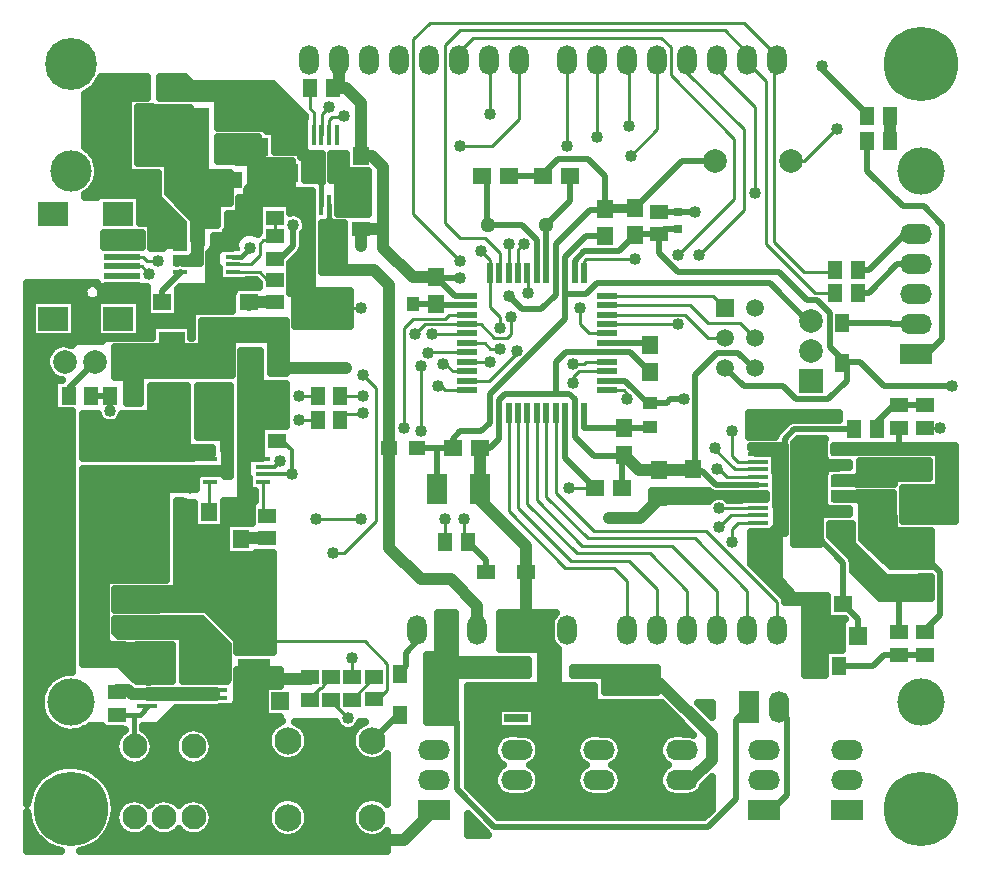
<source format=gbr>
G04 DipTrace 2.05 beta*
%INTop.gbr*%
%MOIN*%
%ADD10C,0.0098*%
%ADD11C,0.0055*%
%ADD12C,0.003*%
%ADD13C,0.0197*%
%ADD14C,0.0394*%
%ADD15C,0.02*%
%ADD16C,0.03*%
%ADD17C,0.0138*%
%ADD18C,0.0157*%
%ADD19C,0.0118*%
%ADD20C,0.0787*%
%ADD21C,0.0165*%
%ADD22C,0.015*%
%ADD23C,0.0079*%
%ADD24C,0.025*%
%ADD25R,0.056X0.06*%
%ADD26R,0.06X0.056*%
%ADD27R,0.064X0.064*%
%ADD28R,0.07X0.102*%
%ADD29R,0.0709X0.1043*%
%ADD30R,0.0276X0.0276*%
%ADD31R,0.0591X0.0512*%
%ADD32R,0.048X0.063*%
%ADD33R,0.0512X0.0591*%
%ADD34R,0.0866X0.0945*%
%ADD35R,0.0945X0.0866*%
%ADD36R,0.063X0.048*%
%ADD37O,0.0984X0.0709*%
%ADD38R,0.0984X0.0709*%
%ADD39R,0.0787X0.0787*%
%ADD40C,0.0787*%
%ADD41R,0.1063X0.0669*%
%ADD42O,0.1063X0.0669*%
%ADD43R,0.0984X0.0787*%
%ADD44R,0.122X0.0217*%
%ADD45C,0.01*%
%ADD46O,0.065X0.1*%
%ADD47R,0.0591X0.0591*%
%ADD48C,0.0591*%
%ADD49R,0.0669X0.1063*%
%ADD50O,0.0669X0.1063*%
%ADD51R,0.06X0.06*%
%ADD52C,0.06*%
%ADD53R,0.0472X0.0394*%
%ADD54R,0.0394X0.0472*%
%ADD55R,0.1772X0.1102*%
%ADD56R,0.1004X0.2953*%
%ADD57R,0.0551X0.0512*%
%ADD58R,0.1063X0.0472*%
%ADD59C,0.0827*%
%ADD60C,0.0906*%
%ADD61C,0.0373*%
%ADD62R,0.0709X0.0197*%
%ADD63R,0.0197X0.0709*%
%ADD64R,0.05X0.015*%
%ADD65R,0.065X0.0157*%
%ADD66O,0.0134X0.0143*%
%ADD67R,0.0165X0.0701*%
%ADD68R,0.08X0.026*%
%ADD69O,0.0143X0.0134*%
%ADD70R,0.0701X0.0165*%
%ADD71C,0.248*%
%ADD72C,0.1732*%
%ADD73C,0.1378*%
%ADD74C,0.1575*%
%ADD75C,0.0512*%
%ADD76C,0.04*%
%ADD77C,0.0191*%
%ADD78C,0.0354*%
%ADD79C,0.128*%
%ADD80C,0.0295*%
%ADD81C,0.0335*%
%ADD82C,0.035*%
%ADD83C,0.038*%
%ADD84C,0.126*%
%ADD85C,0.0236*%
%ADD86C,0.0479*%
%ADD87C,0.0321*%
%ADD88C,0.0433*%
%ADD89C,0.1654*%
%ADD90C,0.1496*%
%ADD91C,0.1457*%
%ADD92C,0.1299*%
%ADD93C,0.1811*%
%ADD94C,0.2559*%
%ADD95C,0.2402*%
%ADD96R,0.078X0.0244*%
%ADD97R,0.0622X0.0087*%
%ADD98R,0.0879X0.0339*%
%ADD99R,0.0721X0.0181*%
%ADD100R,0.0244X0.078*%
%ADD101R,0.0087X0.0622*%
%ADD102R,0.0728X0.0236*%
%ADD103R,0.0571X0.0079*%
%ADD104R,0.0579X0.0228*%
%ADD105R,0.0421X0.0071*%
%ADD106R,0.0276X0.0787*%
%ADD107R,0.0118X0.063*%
%ADD108R,0.0787X0.0276*%
%ADD109R,0.063X0.0118*%
%ADD110C,0.0984*%
%ADD111C,0.0748*%
%ADD112R,0.1142X0.0551*%
%ADD113R,0.0984X0.0394*%
%ADD114R,0.063X0.0591*%
%ADD115R,0.0472X0.0433*%
%ADD116R,0.1083X0.3031*%
%ADD117R,0.0925X0.2874*%
%ADD118R,0.185X0.1181*%
%ADD119R,0.1693X0.1024*%
%ADD120R,0.0472X0.0551*%
%ADD121R,0.0315X0.0394*%
%ADD122R,0.0551X0.0472*%
%ADD123R,0.0394X0.0315*%
%ADD124C,0.0679*%
%ADD125C,0.0521*%
%ADD126R,0.0679X0.0679*%
%ADD127R,0.0521X0.0521*%
%ADD128O,0.0748X0.1142*%
%ADD129O,0.0591X0.0984*%
%ADD130R,0.0748X0.1142*%
%ADD131R,0.0591X0.0984*%
%ADD132C,0.0669*%
%ADD133R,0.0669X0.0669*%
%ADD134R,0.0512X0.0512*%
%ADD135O,0.0729X0.1079*%
%ADD136O,0.0571X0.0921*%
%ADD137R,0.1299X0.0295*%
%ADD138R,0.1142X0.0138*%
%ADD139R,0.1063X0.0866*%
%ADD140R,0.0906X0.0709*%
%ADD141O,0.1142X0.0748*%
%ADD142O,0.0984X0.0591*%
%ADD143R,0.1142X0.0748*%
%ADD144R,0.0984X0.0591*%
%ADD145C,0.0866*%
%ADD146C,0.0709*%
%ADD147R,0.0866X0.0866*%
%ADD148R,0.0709X0.0709*%
%ADD149R,0.1063X0.0787*%
%ADD150R,0.0906X0.063*%
%ADD151O,0.1063X0.0787*%
%ADD152O,0.0906X0.063*%
%ADD153R,0.0709X0.0559*%
%ADD154R,0.0551X0.0401*%
%ADD155R,0.1024X0.0945*%
%ADD156R,0.0866X0.0787*%
%ADD157R,0.0945X0.1024*%
%ADD158R,0.0787X0.0866*%
%ADD159R,0.0591X0.0669*%
%ADD160R,0.0433X0.0512*%
%ADD161R,0.0559X0.0709*%
%ADD162R,0.0401X0.0551*%
%ADD163R,0.0669X0.0591*%
%ADD164R,0.0512X0.0433*%
%ADD165R,0.0354X0.0354*%
%ADD166R,0.0197X0.0197*%
%ADD167R,0.0787X0.1122*%
%ADD168R,0.063X0.0965*%
%ADD169R,0.0779X0.1099*%
%ADD170R,0.0621X0.0941*%
%ADD171R,0.0719X0.0719*%
%ADD172R,0.0561X0.0561*%
%ADD173R,0.0679X0.0639*%
%ADD174R,0.0521X0.0481*%
%ADD175R,0.0639X0.0679*%
%ADD176R,0.0481X0.0521*%
%ADD177C,0.0866*%
%ADD178C,0.0709*%
%ADD179C,0.0062*%
%ADD180C,0.0093*%
%ADD181C,0.0077*%
%ADD182C,0.0046*%
%ADD183C,0.0232*%
%ADD184C,0.0185*%
%ADD185C,0.017*%
%ADD186C,0.0124*%
%FSLAX44Y44*%
%SFA1B1*%
%OFA0B0*%
G04*
G70*
G90*
G75*
G01*
%LNTop*%
%LPD*%
X17934Y-13374D2*
G54D10*
Y-16059D1*
X19190Y-17314D1*
X22940D1*
X25315Y-19689D1*
Y-20625D1*
X17619Y-13374D2*
Y-16182D1*
X19002Y-17564D1*
X22565D1*
X24315Y-19314D1*
Y-20625D1*
X17304Y-13374D2*
Y-16304D1*
X18814Y-17814D1*
X21815D1*
X23315Y-19315D1*
Y-20625D1*
X16989Y-13374D2*
Y-16427D1*
X18627Y-18064D1*
X21065D1*
X22315Y-19315D1*
Y-20625D1*
X16674Y-13374D2*
Y-16549D1*
X18439Y-18314D1*
X20377D1*
X21315Y-19252D1*
Y-20625D1*
X16359Y-13374D2*
Y-16672D1*
X18252Y-18564D1*
X19877D1*
X20315Y-19002D1*
Y-20625D1*
X15605Y-18687D2*
G54D13*
Y-18295D1*
X15000Y-17689D1*
G54D10*
X14877D1*
Y-16939D1*
X12876Y-13876D2*
Y-10564D1*
X13189Y-10251D1*
X14251D1*
X14377Y-10126D1*
X14962D1*
X14981Y-10107D1*
X18249Y-13374D2*
G54D13*
Y-14899D1*
X19227Y-15877D1*
G54D10*
X18377D1*
X13439Y-14001D2*
Y-11814D1*
X8626Y-12776D2*
G54D13*
Y-12814D1*
X7688D1*
Y-11751D1*
Y-12814D2*
Y-13566D1*
Y-13841D1*
X7653Y-13876D1*
X8626Y-13566D2*
X7688D1*
X6376Y-17589D2*
X7088Y-16877D1*
X7626D1*
X7438Y-16689D1*
X7688D1*
Y-14921D1*
Y-13841D1*
X8165Y-14921D2*
X7688D1*
X6376Y-17589D2*
Y-19627D1*
X3735D1*
X3688Y-19580D1*
X7876Y-20752D2*
X7938D1*
Y-21002D1*
Y-20228D1*
X7650Y-19940D1*
X7338Y-19627D1*
X3641D1*
X3688Y-19580D1*
X27440Y-15267D2*
G54D10*
Y-15127D1*
Y-15011D1*
Y-16803D2*
Y-16689D1*
Y-16547D1*
Y-16689D2*
G54D13*
X27003D1*
X26753Y-16439D1*
Y-16127D1*
Y-15439D1*
X27065Y-15127D1*
X27440D1*
X27503Y-19752D2*
Y-18377D1*
X26628Y-17502D1*
Y-16877D1*
Y-16469D1*
X26753Y-16439D1*
X26628Y-15377D2*
Y-15439D1*
X26753D1*
X26628Y-16877D2*
D3*
Y-17627D2*
Y-17502D1*
X28003Y-20815D2*
Y-20252D1*
X27503Y-19752D1*
X25378Y-13501D2*
X26003D1*
X26565D1*
X24753Y-14001D2*
Y-13501D1*
X26628Y-17627D2*
X26128D1*
X26628Y-16877D2*
X26128D1*
Y-15377D2*
Y-14627D1*
X26628D1*
X7938Y-19627D2*
G54D14*
Y-19877D1*
X7650D1*
Y-19940D1*
X11876Y-22938D2*
G54D10*
X12003D1*
X12314Y-22627D1*
Y-21752D1*
X11564Y-21002D1*
X7938D1*
X26628Y-16127D2*
G54D13*
X26753D1*
X26128Y-15377D2*
X26628D1*
X26128Y-16127D2*
X26628D1*
X23315Y-1625D2*
G54D10*
Y-1938D1*
X24565Y-3188D1*
Y-6063D1*
X17002Y-9376D2*
Y-8741D1*
X16989Y-8729D1*
X18315Y-1625D2*
Y-4500D1*
X16877Y-7751D2*
X16689Y-7938D1*
Y-8744D1*
X16674Y-8729D1*
X15730D2*
Y-8291D1*
X15435Y-7997D1*
X20440Y-4813D2*
X21315Y-3938D1*
Y-1625D1*
X15730Y-8729D2*
Y-9854D1*
X16064Y-10189D1*
Y-10564D1*
X23315Y-15252D2*
X23377D1*
X23649Y-15523D1*
X24665D1*
Y-15267D2*
X23893D1*
X23252Y-14627D1*
Y-14564D1*
X16439Y-10189D2*
Y-10751D1*
X16314Y-10876D1*
X15877D1*
X15439Y-10439D1*
X14965D1*
X14981Y-10422D1*
X16715Y-1625D2*
Y-3600D1*
X15814Y-4500D1*
X14752D1*
X13251Y-10751D2*
X13564Y-10439D1*
X14965D1*
X24665Y-16547D2*
X23395D1*
X23377Y-16564D1*
X16064Y-11251D2*
X15752D1*
X15564Y-11064D1*
X14994D1*
X14981Y-11052D1*
X24665Y-16803D2*
X23764D1*
X23377Y-17189D1*
X20315Y-12939D2*
Y-12751D1*
X20190Y-12626D1*
X19627D1*
X14981Y-11367D2*
X13699D1*
X13689Y-11376D1*
X27315Y-3938D2*
Y-3875D1*
X26190Y-5000D1*
X25786D1*
X10501Y-18064D2*
X10876D1*
X11939Y-17002D1*
Y-12564D1*
X11501Y-12126D1*
X14001Y-12501D2*
Y-12564D1*
X14189D1*
X14252Y-12626D1*
X14981D1*
X19627Y-9477D2*
X23166D1*
X23565Y-9876D1*
X19627Y-9792D2*
X22418D1*
X23002Y-10376D1*
X24065D1*
X24565Y-10876D1*
X16377Y-5501D2*
G54D15*
X17502D1*
X19564Y-6600D2*
Y-5500D1*
X19001Y-4938D1*
X18015D1*
X17547Y-5406D1*
Y-5456D1*
X17502Y-5501D1*
X20564Y-6562D2*
G54D16*
X19564D1*
Y-6600D1*
X20190Y-14776D2*
G54D13*
X20127D1*
Y-15877D1*
X16044Y-13374D2*
Y-14271D1*
X15752Y-14564D1*
X15402D1*
X19627Y-11367D2*
X20405D1*
X21064Y-12025D1*
X17934Y-8729D2*
Y-7756D1*
X19065Y-6626D1*
X19538D1*
X19564Y-6600D1*
X6813Y-9689D2*
G54D14*
X6626D1*
X5713D1*
X7716Y-6688D2*
Y-6128D1*
Y-5973D1*
X8063Y-5626D1*
Y-4500D1*
X7001D1*
Y-4525D1*
X8063D1*
X7165Y-7921D2*
G54D13*
X6626D1*
Y-9689D1*
X7716Y-6688D2*
G54D14*
X7438D1*
X7126Y-7001D1*
Y-7751D1*
X6626D1*
Y-7921D1*
X8563Y-6128D2*
X7716D1*
X7229Y-24315D2*
Y-24399D1*
X7376Y-24253D1*
Y-23145D1*
X7438D1*
Y-22315D1*
X7501Y-22252D1*
X7935Y-21819D1*
X7876D1*
X10042Y-26874D2*
Y-24315D1*
X7229Y-26874D2*
Y-25315D1*
Y-24315D1*
X4876Y-24503D2*
G54D13*
Y-24628D1*
X4375Y-25128D1*
X3188D1*
X2625Y-24565D1*
X1500D1*
X438Y-23502D1*
Y-11939D1*
X1500Y-10876D1*
X3938D1*
X4063Y-10751D1*
Y-10314D1*
Y-9501D1*
X3691Y-9129D1*
X3471D1*
X16615Y-22565D2*
Y-22815D1*
Y-23065D1*
X18814Y-22565D2*
X18939D1*
Y-22815D1*
X18814D1*
Y-23065D1*
G54D14*
Y-23565D1*
X20690Y-23252D2*
X19777D1*
X19752Y-23277D1*
X18814D1*
Y-23065D1*
X16615Y-22815D2*
X15671D1*
X15421Y-23065D1*
X16615Y-22815D2*
X17689D1*
X18814D1*
X10042Y-26874D2*
Y-27628D1*
X12876D1*
X14001Y-26503D1*
Y-26753D1*
X13876Y-26628D1*
X15421Y-23065D2*
Y-25860D1*
X16189Y-26628D1*
X16626D1*
X14981Y-9477D2*
G54D13*
X14565D1*
X13938Y-8850D1*
X16044Y-13374D2*
Y-12957D1*
X16250Y-12751D1*
X17939D1*
X18377D1*
X18564Y-12939D1*
Y-13374D1*
X9063Y-5376D2*
G54D14*
Y-5751D1*
X8686Y-6128D1*
X8563D1*
X9858Y-6464D2*
G54D10*
X9527D1*
X9191Y-6128D1*
X8563D1*
X9858Y-6464D2*
X9564D1*
Y-9876D1*
X11439D1*
X10501D1*
X11439Y-7251D2*
G54D14*
Y-7813D1*
Y-4813D2*
X11814D1*
X12189Y-5188D1*
Y-7251D1*
X11439D1*
X18564Y-13374D2*
G54D13*
Y-14189D1*
X19190Y-14814D1*
X20152D1*
X20190Y-14776D1*
X21377Y-15284D2*
G54D14*
X22535D1*
X22502Y-15252D1*
X24665Y-15779D2*
G54D13*
X23280D1*
X22815Y-15314D1*
X22565D1*
X22502Y-15252D1*
X17315Y-20625D2*
G54D14*
X16315D1*
X17315D2*
Y-21128D1*
X17689Y-21502D1*
Y-22815D1*
X20690Y-23252D2*
Y-26128D1*
X21190Y-26628D1*
X22126D1*
X23227Y-5000D2*
G54D13*
X22125D1*
X20564Y-6562D1*
X28318Y-4313D2*
Y-5315D1*
X29503Y-6501D1*
X30191D1*
X30816Y-7126D1*
Y-10939D1*
X30316Y-11439D1*
X29941D1*
X10042Y-26874D2*
G54D14*
Y-27690D1*
X8188D1*
X7372Y-26874D1*
X7229D1*
X9751Y-22192D2*
Y-22252D1*
X7501D1*
X17315Y-20625D2*
X16945D1*
Y-18687D1*
X13938Y-8850D2*
X13163D1*
X12189Y-7876D1*
Y-7251D1*
X15402Y-14564D2*
Y-15914D1*
X15399Y-15917D1*
X21377Y-15284D2*
X20697D1*
X20190Y-14776D1*
X10715Y-1625D2*
Y-2411D1*
X10501Y-2625D1*
Y-2563D1*
X10939D1*
X11439Y-3063D1*
Y-4813D1*
X19627Y-11367D2*
G54D13*
X18262D1*
X17939Y-11689D1*
Y-12751D1*
X16945Y-18687D2*
G54D14*
Y-17820D1*
X15439Y-16314D1*
Y-15917D1*
X15399D1*
X24565Y-11876D2*
G54D13*
Y-11939D1*
X24003Y-11376D1*
X23315D1*
X22565Y-12126D1*
Y-15252D1*
X22502D1*
X17934Y-8729D2*
Y-9444D1*
X17439Y-9939D1*
X16814D1*
X16377Y-9501D1*
X14752Y-8876D2*
X13964D1*
X13938Y-8850D1*
X5713Y-9689D2*
Y-9789D1*
X5188Y-10314D1*
X4063D1*
X25375Y-23187D2*
X25250D1*
X25628Y-23565D1*
Y-26128D1*
X25130Y-26625D1*
X24879D1*
X24876Y-26628D1*
X4876Y-24503D2*
G54D14*
Y-25065D1*
X5126Y-25315D1*
X7229D1*
X6652Y-23145D2*
G54D17*
X7376D1*
X10751Y-13626D2*
G54D10*
Y-13439D1*
X11439D1*
X11501Y-13376D1*
X18502Y-11751D2*
X18877D1*
X18939Y-11689D1*
X19634D1*
X19627Y-11681D1*
X18402Y-5501D2*
G54D15*
Y-6333D1*
X17609Y-7126D1*
X17619Y-8729D2*
G54D13*
Y-7137D1*
X17609Y-7126D1*
X15687D2*
G54D15*
X15627Y-7066D1*
Y-5501D1*
X15477D1*
X15687Y-7126D2*
G54D13*
X16815D1*
X17304Y-7616D1*
Y-8729D1*
X15730Y-13374D2*
Y-13711D1*
X15439Y-14001D1*
X14752D1*
X14502Y-14252D1*
Y-14564D1*
X15730Y-13374D2*
Y-12773D1*
X18249Y-10254D1*
Y-9438D1*
Y-8729D1*
X19564Y-7500D2*
X18941D1*
X18249Y-8192D1*
Y-8729D1*
X14502Y-14564D2*
X13979D1*
X13321D1*
X13979Y-15917D2*
Y-14564D1*
X26442Y-10314D2*
Y-10440D1*
X25065Y-9063D1*
X19315D1*
X18939Y-9438D1*
X18249D1*
X14981Y-9792D2*
X13980D1*
X13938Y-9750D1*
X13163D2*
X13938D1*
X2563Y-11686D2*
X2565D1*
X1690Y-12562D1*
Y-12814D1*
X20190Y-13876D2*
X21065D1*
Y-13851D1*
X18879Y-13374D2*
Y-13876D1*
X20190D1*
X19627Y-11052D2*
X20990D1*
X21064Y-11125D1*
X6417Y-15433D2*
G54D18*
Y-15314D1*
Y-15185D1*
X4313Y-22377D2*
X4375D1*
X2500Y-20502D1*
Y-17564D1*
X3188D1*
X8165Y-15177D2*
G54D19*
X8575D1*
X8751Y-15002D1*
X5751Y-15877D2*
X5813D1*
Y-15752D1*
X6251Y-15314D1*
X6417D1*
Y-15433D1*
Y-15314D2*
G54D18*
X6813D1*
X6876Y-15252D1*
Y-13876D1*
Y-12901D1*
X6788Y-12814D1*
X6313Y-13876D2*
X6876D1*
X7163Y-5626D2*
X6126D1*
Y-6938D1*
X6376Y-6688D1*
X5417Y-8433D2*
G54D10*
Y-8313D1*
Y-8184D1*
Y-8313D2*
G54D18*
X5563D1*
X6126Y-7751D1*
Y-7001D1*
X6438Y-6688D1*
X6376D1*
X7163Y-5626D2*
X5862D1*
Y-4688D1*
X7165Y-8177D2*
X7450D1*
X7751Y-7876D1*
X6001Y-5626D2*
X6063D1*
Y-6626D1*
X6438D1*
X6376Y-6688D1*
X5862Y-4688D2*
G54D20*
Y-4063D1*
X4438D1*
X4500Y-16564D2*
G54D18*
X3500Y-17564D1*
X3188D1*
X4500Y-15877D2*
X5751D1*
X14251Y-17689D2*
G54D10*
Y-16939D1*
X11439D2*
X9939D1*
X6376Y-16689D2*
Y-15731D1*
X6417Y-15689D1*
X20690Y-22352D2*
G54D13*
X19777D1*
X19752Y-22377D1*
X18814Y-22065D2*
X19440D1*
X19752Y-22377D1*
X21376Y-6689D2*
X22003D1*
X22002Y-6688D1*
X21065Y-13064D2*
Y-13126D1*
X20251Y-12313D1*
X19629D1*
X19627Y-12311D1*
X10370Y-6464D2*
G54D21*
Y-7954D1*
X10501Y-8085D1*
X24665Y-16291D2*
G54D10*
Y-16189D1*
Y-16035D1*
Y-16189D2*
G54D13*
X23815D1*
X22502D1*
X21382D1*
X21377Y-16184D1*
X22502Y-16152D2*
Y-16189D1*
X10501Y-8085D2*
G54D14*
Y-8438D1*
X10689Y-8626D1*
X11876D1*
X12376Y-9126D1*
Y-9749D1*
X12375Y-9750D1*
X22126Y-25628D2*
X22440D1*
X23127Y-24940D1*
Y-24128D1*
X21377Y-22377D1*
X20715D1*
X20690Y-22352D1*
X15315Y-20625D2*
Y-19815D1*
X14438Y-18938D1*
X13438D1*
X12376Y-17876D1*
Y-14564D1*
Y-9750D1*
X10439Y-22940D2*
G54D10*
Y-23002D1*
X11001Y-23565D1*
X21376Y-6689D2*
G54D13*
X22565D1*
X22190Y-12939D2*
X21752D1*
X21627Y-13064D1*
X21065D1*
X21377Y-16184D2*
G54D14*
Y-16252D1*
X20752Y-16877D1*
X19690D1*
X27440Y-17314D2*
G54D10*
Y-17058D1*
Y-17314D2*
X29441Y-19315D1*
X29378D1*
X29815D1*
X29941Y-19189D1*
X29378Y-20692D2*
G54D13*
Y-19315D1*
X27440Y-16291D2*
G54D10*
Y-16189D1*
Y-16035D1*
Y-16189D2*
X27940D1*
X29941Y-18189D1*
X30253Y-20692D2*
G54D13*
X30189D1*
X30753Y-20127D1*
Y-18689D1*
X30253Y-18189D1*
X29941D1*
X27440Y-15779D2*
G54D10*
Y-15627D1*
Y-15523D1*
Y-15627D2*
G54D14*
X28253D1*
X28440Y-15439D1*
X30065D1*
X29941Y-15314D1*
X30253Y-13874D2*
G54D10*
X30753D1*
X27440Y-14755D2*
Y-14627D1*
Y-14499D1*
Y-14627D2*
X29378D1*
X30441D1*
X30878Y-15064D1*
Y-15877D1*
X30441Y-16314D1*
X29941D1*
X29378Y-13874D2*
G54D13*
Y-14627D1*
X28001Y-8626D2*
X28378D1*
X29565Y-7439D1*
X29941D1*
X8165Y-15433D2*
G54D19*
X9126D1*
Y-14627D1*
X8813Y-14314D1*
X8626D1*
X2438Y-12814D2*
G54D13*
X3065D1*
Y-13316D1*
X8626Y-11876D2*
G54D10*
Y-11314D1*
X8188Y-10876D1*
X6938D1*
X6063Y-11751D1*
X6348D1*
X5733D1*
X5126Y-11144D1*
G54D14*
Y-11686D1*
X3563D1*
X3813D1*
Y-12814D1*
X26603Y-19752D2*
G54D10*
X26253D1*
X24690Y-18189D1*
Y-17814D1*
Y-17340D1*
X24665Y-17314D1*
Y-14755D2*
Y-14627D1*
Y-14499D1*
Y-14627D2*
G54D13*
X25202D1*
X25565Y-14990D1*
Y-16939D1*
X25190Y-17314D1*
X24665D1*
X27879Y-13939D2*
X25878D1*
X25565Y-14251D1*
Y-14990D1*
X26628Y-21815D2*
Y-20850D1*
X26663Y-20815D1*
Y-19812D1*
X26603Y-19752D1*
X8626Y-11876D2*
G54D14*
X10939D1*
X24690Y-18189D2*
G54D10*
D3*
X11126Y-22192D2*
Y-21565D1*
X24665Y-14755D2*
Y-14499D1*
X6417Y-14921D2*
X5608D1*
X5126Y-14439D1*
X3291D1*
X3188Y-14336D1*
X5126Y-13073D2*
Y-14439D1*
X6652Y-22889D2*
G54D13*
X4313D1*
X6652Y-22633D2*
X4313D1*
X3313Y-22692D2*
G54D14*
Y-22627D1*
X3688D1*
X3813Y-22752D1*
X4125D1*
X3313Y-22692D2*
G54D13*
X3627D1*
X3688Y-22752D1*
X4194D1*
X4313Y-22633D1*
X6652D2*
Y-22752D1*
Y-22889D1*
X4313Y-22633D2*
Y-22889D1*
X6652Y-22752D2*
X4313D1*
Y-22889D1*
X4813Y-9689D2*
Y-9313D1*
X5438Y-8688D1*
X5417D1*
X16615Y-22065D2*
G54D14*
X14001D1*
Y-23065D1*
X14315Y-20625D2*
Y-21376D1*
X14001Y-21690D1*
Y-22065D1*
X24375Y-23187D2*
G54D13*
X23940Y-23622D1*
Y-26253D1*
X23002Y-27190D1*
X15877D1*
X14625Y-25939D1*
Y-23688D1*
X14001Y-23065D1*
X11876Y-22190D2*
G54D10*
X11126Y-22940D1*
X7165Y-8433D2*
X7757D1*
X8063Y-8126D1*
Y-7751D1*
X8188Y-7626D1*
X8563D1*
Y-6876D1*
Y-7503D1*
X8313Y-17564D2*
G54D14*
X7463D1*
G54D10*
X7438Y-17589D1*
X30253Y-21440D2*
G54D13*
X29378D1*
X27376Y-21815D2*
X28503D1*
X28878Y-21440D1*
X29378D1*
X30253Y-13126D2*
X29378D1*
X28627Y-13939D2*
Y-13690D1*
X29191Y-13126D1*
X29378D1*
X8313Y-16816D2*
G54D10*
X8188D1*
Y-15689D1*
X8165D1*
X3185Y-4688D2*
X2875D1*
X5417Y-7230D1*
Y-7921D1*
X3241Y-2563D2*
G54D13*
Y-4688D1*
X3185D1*
X10114Y-4126D2*
G54D10*
X10126D1*
Y-3438D1*
X10376Y-3188D1*
X29941Y-10439D2*
G54D13*
X29128D1*
X29083Y-10394D1*
X27485D1*
X7713Y-9689D2*
G54D14*
Y-9789D1*
X7813Y-9689D1*
X8563D1*
X10626Y-6464D2*
G54D13*
Y-5188D1*
X4000Y-7688D2*
X3819Y-7869D1*
X3471D1*
X11439Y-6503D2*
G54D10*
X10665D1*
X10626Y-6464D1*
X11439Y-6503D2*
Y-5713D1*
X19627Y-10737D2*
X19050D1*
X18752Y-10439D1*
Y-9876D1*
X8563Y-8940D2*
X8315D1*
X8063Y-8688D1*
X7165D1*
X10751Y-12814D2*
X11501D1*
X18502Y-12376D2*
Y-12189D1*
X18694Y-11996D1*
X19627D1*
X9858Y-4126D2*
Y-3358D1*
X9751Y-3250D1*
Y-2565D1*
X9753Y-2563D1*
X13315Y-20625D2*
G54D13*
Y-21001D1*
X12939Y-21377D1*
Y-21815D1*
X12654Y-22100D1*
X12751D1*
X9751Y-22940D2*
G54D10*
Y-22752D1*
X9876D1*
X10064Y-22565D1*
X10126D1*
X10189Y-22502D1*
Y-22442D1*
X10439Y-22192D1*
X5170Y-2563D2*
X5563D1*
X5938Y-2938D1*
X7001D1*
Y-3161D1*
X7036D1*
X7501Y-3625D1*
X8063D1*
X8213D1*
X9063Y-4476D1*
X10114Y-6464D2*
G54D21*
Y-5295D1*
X9689Y-4870D1*
X9558D1*
X9164Y-4476D1*
X9063D1*
X8563Y-8251D2*
G54D13*
X8751D1*
X9188Y-7813D1*
Y-7126D1*
X9814Y-4938D2*
G54D10*
X9689D1*
Y-4870D1*
X3471Y-8499D2*
X4124D1*
X4375Y-8751D1*
X9376Y-13626D2*
X10003D1*
X3471Y-8184D2*
X4184D1*
X4313Y-8313D1*
X4688D1*
X9376Y-12814D2*
X10003D1*
X3688Y-20565D2*
X6188D1*
X6688Y-21065D1*
Y-22127D1*
X6652D1*
Y-22377D1*
X28001Y-9376D2*
G54D13*
X28378D1*
X29315Y-8439D1*
X29941D1*
X29064Y-3500D2*
G54D14*
Y-4311D1*
X29066Y-4313D1*
X24665Y-17058D2*
G54D10*
X24008D1*
X23815Y-17252D1*
Y-17689D1*
X16627Y-11314D2*
Y-11376D1*
X15692Y-12311D1*
X14981D1*
X24665Y-15011D2*
X24012D1*
X23815Y-14814D1*
Y-14001D1*
X15752Y-11689D2*
X14974D1*
X14981Y-11681D1*
X22315Y-1625D2*
Y-2063D1*
X24190Y-3938D1*
Y-6626D1*
X22690Y-8126D1*
X20315Y-1625D2*
X20377D1*
Y-3813D1*
X13814Y-10751D2*
X14967D1*
X14981Y-10737D1*
X19315Y-1625D2*
Y-4188D1*
X14189Y-11751D2*
X14251D1*
X14502Y-12001D1*
X14977D1*
X14981Y-11996D1*
X18879Y-8729D2*
Y-8311D1*
X18939Y-8251D1*
X20565D1*
X15752Y-3438D2*
Y-1589D1*
X15715Y-1625D1*
X3891Y-24503D2*
G54D22*
X3875D1*
Y-23440D1*
X3313D1*
X3875D2*
X4063D1*
X4335Y-23168D1*
X4313Y-23145D1*
X10370Y-4126D2*
G54D10*
Y-3631D1*
X10485Y-3517D1*
X10860D1*
X10876Y-3500D1*
X12751Y-23440D2*
G54D13*
X12689D1*
X11814Y-24315D1*
X18564Y-8729D2*
Y-8312D1*
X18875Y-8001D1*
X20025D1*
X20564Y-7462D1*
Y-7437D1*
X21376D1*
X22002Y-7259D2*
X21554D1*
X21376Y-7437D1*
X31128Y-12501D2*
X28878D1*
X28065Y-11689D1*
X27485D1*
Y-11734D1*
X27628D1*
Y-12314D1*
X27003Y-12939D1*
X25940D1*
X25503Y-12501D1*
X24190D1*
X23565Y-11876D1*
X21376Y-7437D2*
Y-8062D1*
X22002Y-8688D1*
X25378D1*
X26315Y-9626D1*
X26628D1*
X27065Y-10064D1*
Y-11189D1*
X27610Y-11734D1*
X27485D1*
X27253Y-8626D2*
G54D10*
X27128D1*
X27065Y-8688D1*
X26190D1*
X25190Y-7688D1*
Y-1625D1*
X25315D1*
Y-1500D1*
X24190Y-375D1*
X13751D1*
X13189Y-938D1*
Y-6751D1*
X14752Y-8313D1*
X16377Y-7751D2*
Y-8746D1*
X16359Y-8729D1*
X26815Y-1813D2*
X26690D1*
G54D13*
X28378Y-3500D1*
G54D10*
X28315D1*
X19627Y-10107D2*
X22233D1*
X23002Y-10876D1*
X23565D1*
X14715Y-1625D2*
Y-1349D1*
X15189Y-875D1*
X21440D1*
X21764Y-1200D1*
Y-2137D1*
X23878Y-4250D1*
Y-6251D1*
X22002Y-8126D1*
Y-10422D2*
X19627D1*
X27253Y-9376D2*
X26565D1*
X24940Y-7751D1*
Y-2313D1*
X24253Y-1625D1*
X24315D1*
Y-1375D1*
X23565Y-625D1*
X14752D1*
X14251Y-1125D1*
Y-7063D1*
X14752Y-7563D1*
X15564D1*
X16064Y-8063D1*
Y-8748D1*
X16044Y-8729D1*
G54D76*
X14877Y-16939D3*
X12876Y-13876D3*
X18377Y-15877D3*
X13439Y-14001D3*
Y-11814D3*
X7938Y-19627D3*
X24565Y-6063D3*
X17002Y-9376D3*
X18315Y-4500D3*
X16877Y-7751D3*
X15435Y-7997D3*
X20440Y-4813D3*
X16064Y-10564D3*
X23315Y-15252D3*
X23252Y-14564D3*
X16439Y-10189D3*
X14752Y-4500D3*
X13251Y-10751D3*
X23377Y-16564D3*
X16064Y-11251D3*
X23377Y-17189D3*
X20315Y-12939D3*
X13689Y-11376D3*
X27315Y-3938D3*
X10501Y-18064D3*
X11501Y-12126D3*
X14001Y-12501D3*
X11439Y-7813D3*
Y-9876D3*
X16377Y-9501D3*
X14752Y-8876D3*
X11501Y-13376D3*
X18502Y-11751D3*
X8751Y-15002D3*
X5751Y-15877D3*
X7751Y-7876D3*
X6001Y-5626D3*
X4438Y-4063D3*
X4500Y-16564D3*
X4438Y-4063D3*
X5751Y-15877D3*
X14251Y-16939D3*
X11439D3*
X9939D3*
X8751Y-15002D3*
X11001Y-23565D3*
X22565Y-6689D3*
X22190Y-12939D3*
X23815Y-16189D3*
X19690Y-16877D3*
X12376Y-17876D3*
X30753Y-13874D3*
X3065Y-13316D3*
X9126Y-15433D3*
X10939Y-11876D3*
X24690Y-17814D3*
X11126Y-21565D3*
X10376Y-3188D3*
X10626Y-5188D3*
X4000Y-7688D3*
X18752Y-9876D3*
X11501Y-12814D3*
X18502Y-12376D3*
X9188Y-7126D3*
X9814Y-4938D3*
X4375Y-8751D3*
X9376Y-13626D3*
X4688Y-8313D3*
X9376Y-12814D3*
X23815Y-17689D3*
X16627Y-11314D3*
X23815Y-14001D3*
X15752Y-11689D3*
X22690Y-8126D3*
X23815Y-14001D3*
X20377Y-3813D3*
X13814Y-10751D3*
X19315Y-4188D3*
X14189Y-11751D3*
X20565Y-8251D3*
X15752Y-3438D3*
X10876Y-3500D3*
X31128Y-12501D3*
X14752Y-8313D3*
X16377Y-7751D3*
X26815Y-1813D3*
X22002Y-8126D3*
Y-10422D3*
X24753Y-13501D3*
Y-14001D3*
X24690Y-18189D3*
X8313Y-19627D3*
X25378Y-13501D3*
X26003D3*
X26565D3*
X26128Y-14627D3*
X26628D3*
X4500Y-16314D3*
Y-15877D3*
X26128Y-15377D3*
X26628D3*
X4438Y-4438D3*
Y-4813D3*
X26128Y-16127D3*
X26628D3*
X26128Y-16877D3*
X26628D3*
X26128Y-17627D3*
X26628D3*
X3275Y-20501D2*
G54D24*
X6360D1*
X3340Y-20749D2*
X6610D1*
X5523Y-20998D2*
X6856D1*
X5523Y-21247D2*
X6977D1*
X5523Y-21496D2*
X6977D1*
X5523Y-21744D2*
X6977D1*
X5523Y-21993D2*
X6977D1*
X5523Y-22242D2*
X6977D1*
X6754Y-22327D2*
X6972D1*
X7001Y-22252D1*
Y-21118D1*
X6135Y-20251D1*
X5313Y-20252D1*
X3250D1*
Y-20686D1*
X3377Y-20813D1*
X5375D1*
X5480Y-20874D1*
X5500Y-20938D1*
Y-22309D1*
X6563Y-22311D1*
X6704Y-22316D1*
X6027Y-12750D2*
X7040D1*
X6027Y-12999D2*
X7040D1*
X6027Y-13247D2*
X7040D1*
X6027Y-13496D2*
X7040D1*
X6027Y-13745D2*
X7040D1*
X6027Y-13993D2*
X7040D1*
X6879Y-14242D2*
X7040D1*
X6902Y-14491D2*
X7040D1*
X6914Y-14739D2*
X7040D1*
X6914Y-14988D2*
X7040D1*
X6840Y-15237D2*
X7040D1*
X2213Y-15486D2*
X5919D1*
X6914D2*
X7040D1*
X2213Y-15734D2*
X5919D1*
X2213Y-15983D2*
X4915D1*
X2213Y-16232D2*
X4915D1*
X2213Y-16480D2*
X4915D1*
X2213Y-16729D2*
X4915D1*
X2213Y-16978D2*
X4915D1*
X2213Y-17226D2*
X4915D1*
X2213Y-17475D2*
X4915D1*
X2213Y-17724D2*
X4915D1*
X2213Y-17972D2*
X4915D1*
X2213Y-18221D2*
X4915D1*
X2213Y-18470D2*
X4915D1*
X2213Y-18718D2*
X4915D1*
X2213Y-18967D2*
X2915D1*
X2213Y-19216D2*
X2915D1*
X2213Y-19465D2*
X2915D1*
X2213Y-19713D2*
X2915D1*
X2213Y-19962D2*
X2915D1*
X2213Y-20211D2*
X2915D1*
X2213Y-20459D2*
X2915D1*
X2213Y-20708D2*
X2915D1*
X2213Y-20957D2*
X2915D1*
X2213Y-21205D2*
X5102D1*
X2213Y-21454D2*
X5102D1*
X2213Y-21703D2*
X5102D1*
X3590Y-21951D2*
X5102D1*
X3836Y-22200D2*
X5102D1*
X3547Y-21140D2*
X3432Y-21128D1*
X3063Y-21127D1*
X2957Y-21066D1*
X2938Y-21002D1*
Y-19065D1*
X2999Y-18959D1*
X3063Y-18940D1*
X4938D1*
Y-16064D1*
X4999Y-15959D1*
X5063Y-15939D1*
X5942D1*
X5944Y-15391D1*
X6891D1*
Y-15504D1*
X7063Y-15502D1*
Y-12501D1*
X6001D1*
Y-14189D1*
X6751D1*
X6856Y-14250D1*
X6876Y-14314D1*
Y-14623D1*
X6891D1*
Y-15220D1*
X6832D1*
X6768Y-15250D1*
X4497D1*
X3810D1*
X2188Y-15252D1*
Y-21752D1*
X3316Y-21754D1*
X3401Y-21789D1*
X3832Y-22213D1*
X3989Y-22327D1*
X4212D1*
X4313Y-22311D1*
X5129D1*
X5126Y-21752D1*
Y-21127D1*
X3958D1*
X3823Y-21140D1*
X3550Y-21142D1*
Y-21138D1*
X7465Y-11562D2*
X8040D1*
X7465Y-11811D2*
X8040D1*
X7465Y-12060D2*
X8040D1*
X7465Y-12308D2*
X8040D1*
X7465Y-12557D2*
X8915D1*
X7465Y-12806D2*
X8915D1*
X7465Y-13054D2*
X8915D1*
X7465Y-13303D2*
X8915D1*
X7465Y-13552D2*
X8915D1*
X7465Y-13801D2*
X8915D1*
X7465Y-14049D2*
X8083D1*
X7465Y-14298D2*
X8083D1*
X7465Y-14547D2*
X8083D1*
X7465Y-15790D2*
X7673D1*
X7465Y-16039D2*
X7891D1*
X7414Y-16287D2*
X7891D1*
X5340Y-16536D2*
X5848D1*
X6902D2*
X7770D1*
X5340Y-16785D2*
X5848D1*
X6902D2*
X7770D1*
X5340Y-17033D2*
X5848D1*
X6902D2*
X7770D1*
X5340Y-17282D2*
X6911D1*
X5340Y-17531D2*
X6911D1*
X5340Y-17780D2*
X6911D1*
X5340Y-18028D2*
X6911D1*
X5340Y-18277D2*
X8477D1*
X5340Y-18526D2*
X8477D1*
X5340Y-18774D2*
X8477D1*
X5340Y-19023D2*
X8477D1*
X3275Y-19272D2*
X8477D1*
X3275Y-19520D2*
X8477D1*
X3275Y-19769D2*
X8477D1*
X6406Y-20018D2*
X8477D1*
X6656Y-20266D2*
X8477D1*
X6902Y-20515D2*
X8477D1*
X7152Y-20764D2*
X8477D1*
X7336Y-21012D2*
X8477D1*
X7336Y-21261D2*
X8477D1*
X6879Y-16310D2*
Y-17213D1*
X5872D1*
Y-16381D1*
X5820Y-16394D1*
X5695Y-16396D1*
X5574Y-16368D1*
X5466Y-16313D1*
X5313Y-16314D1*
Y-19127D1*
X5252Y-19232D1*
X5188Y-19252D1*
X3250D1*
Y-19940D1*
X6253Y-19939D1*
X6338Y-19974D1*
X7277Y-20915D1*
X7313Y-21000D1*
Y-21355D1*
X7996Y-21359D1*
X8500D1*
X8501Y-20565D1*
X8503Y-19061D1*
Y-18436D1*
X8501Y-18045D1*
X7945Y-18044D1*
X7942Y-18113D1*
X6935D1*
Y-17066D1*
X7798D1*
X7795Y-16671D1*
Y-16337D1*
X7916D1*
Y-15984D1*
X7698Y-15987D1*
Y-15571D1*
X7599Y-15574D1*
Y-14781D1*
X8111D1*
X8107Y-13918D1*
Y-13835D1*
X8939D1*
X8938Y-12439D1*
X8188D1*
X8083Y-12378D1*
X8063Y-12314D1*
Y-11314D1*
X7438D1*
X7436Y-14505D1*
X7438Y-16189D1*
X7377Y-16295D1*
X7313Y-16314D1*
X6880D1*
X4465Y-12750D2*
X5602D1*
X4465Y-12999D2*
X5602D1*
X4465Y-13247D2*
X5602D1*
X2213Y-13496D2*
X2657D1*
X3472D2*
X5602D1*
X2213Y-13745D2*
X5602D1*
X2213Y-13993D2*
X5602D1*
X2213Y-14242D2*
X5602D1*
X2213Y-14491D2*
X5602D1*
X2213Y-14739D2*
X6450D1*
X5970Y-14789D2*
X6413Y-14785D1*
X6440Y-14789D1*
X6475Y-14752D1*
Y-14560D1*
X6063Y-14564D1*
X5751D1*
X5645Y-14503D1*
X5626Y-14439D1*
Y-12501D1*
X4438D1*
Y-13314D1*
X4377Y-13419D1*
X4313Y-13439D1*
X3470D1*
X3417Y-13552D1*
X3333Y-13644D1*
X3226Y-13708D1*
X3105Y-13737D1*
X2981Y-13731D1*
X2863Y-13688D1*
X2764Y-13614D1*
X2690Y-13513D1*
X2663Y-13436D1*
X2188Y-13439D1*
Y-14877D1*
X5848D1*
X5845Y-14789D1*
X5970D1*
X6152Y-10562D2*
X8915D1*
X6152Y-10811D2*
X8915D1*
X6152Y-11060D2*
X7102D1*
X8465D2*
X8915D1*
X3275Y-11308D2*
X7102D1*
X8465D2*
X8915D1*
X3275Y-11557D2*
X7102D1*
X8465D2*
X8915D1*
X3275Y-11806D2*
X7102D1*
X8465D2*
X8915D1*
X3275Y-12054D2*
X7102D1*
X8465D2*
X8915D1*
X3652Y-12303D2*
X4040D1*
X3652Y-12552D2*
X4040D1*
X3652Y-12800D2*
X4040D1*
X3652Y-13049D2*
X4040D1*
X3938Y-11198D2*
X3247D1*
X3250Y-12064D1*
Y-12189D1*
X3500D1*
X3606Y-12250D1*
X3625Y-12314D1*
Y-13064D1*
X4063D1*
Y-12251D1*
X4124Y-12146D1*
X4188Y-12126D1*
X7126D1*
Y-11064D1*
X7187Y-10958D1*
X7251Y-10939D1*
X8313D1*
X8419Y-11000D1*
X8438Y-11064D1*
Y-12064D1*
X8938D1*
Y-10314D1*
X6126D1*
Y-11064D1*
X6064Y-11169D1*
X6001Y-11189D1*
X4700D1*
X4625Y-11198D1*
X3938D1*
X338Y-9312D2*
X2164D1*
X2808D2*
X4227D1*
X338Y-9561D2*
X2231D1*
X2742D2*
X4227D1*
X338Y-9810D2*
X446D1*
X1929D2*
X2614D1*
X4093D2*
X4223D1*
X338Y-10058D2*
X446D1*
X1929D2*
X2614D1*
X4093D2*
X4223D1*
X338Y-10307D2*
X446D1*
X1929D2*
X2614D1*
X4093D2*
X4223D1*
X338Y-10556D2*
X446D1*
X1929D2*
X2614D1*
X4093D2*
X4223D1*
X338Y-10804D2*
X446D1*
X1929D2*
X2614D1*
X4093D2*
X4223D1*
X338Y-11053D2*
X1789D1*
X338Y-11302D2*
X1055D1*
X338Y-11550D2*
X938D1*
X338Y-11799D2*
X930D1*
X338Y-12048D2*
X1039D1*
X338Y-12296D2*
X1184D1*
X338Y-12545D2*
X1184D1*
X338Y-12794D2*
X1184D1*
X338Y-13042D2*
X1184D1*
X338Y-13291D2*
X1184D1*
X338Y-13540D2*
X1789D1*
X338Y-13789D2*
X1789D1*
X338Y-14037D2*
X1789D1*
X338Y-14286D2*
X1789D1*
X338Y-14535D2*
X1789D1*
X338Y-14783D2*
X1789D1*
X338Y-15032D2*
X1789D1*
X338Y-15281D2*
X1789D1*
X338Y-15529D2*
X1789D1*
X338Y-15778D2*
X1789D1*
X338Y-16027D2*
X1789D1*
X338Y-16275D2*
X1789D1*
X338Y-16524D2*
X1789D1*
X338Y-16773D2*
X1789D1*
X338Y-17021D2*
X1789D1*
X338Y-17270D2*
X1789D1*
X338Y-17519D2*
X1789D1*
X338Y-17768D2*
X1789D1*
X338Y-18016D2*
X1789D1*
X338Y-18265D2*
X1789D1*
X338Y-18514D2*
X1789D1*
X338Y-18762D2*
X1789D1*
X338Y-19011D2*
X1789D1*
X338Y-19260D2*
X1789D1*
X338Y-19508D2*
X1789D1*
X338Y-19757D2*
X1789D1*
X338Y-20006D2*
X1789D1*
X338Y-20254D2*
X1789D1*
X338Y-20503D2*
X1789D1*
X338Y-20752D2*
X1789D1*
X338Y-21000D2*
X1789D1*
X338Y-21249D2*
X1789D1*
X338Y-21498D2*
X1789D1*
X338Y-21747D2*
X1789D1*
X338Y-21995D2*
X1789D1*
X7339D2*
X8727D1*
X338Y-22244D2*
X1114D1*
X7339D2*
X8727D1*
X338Y-22493D2*
X891D1*
X7339D2*
X8204D1*
X338Y-22741D2*
X778D1*
X7339D2*
X8204D1*
X338Y-22990D2*
X739D1*
X7339D2*
X8204D1*
X338Y-23239D2*
X758D1*
X5277D2*
X8204D1*
X338Y-23487D2*
X844D1*
X5031D2*
X8204D1*
X338Y-23736D2*
X1024D1*
X4781D2*
X8625D1*
X9375D2*
X10590D1*
X338Y-23985D2*
X1411D1*
X2132D2*
X3497D1*
X4285D2*
X5465D1*
X6254D2*
X8387D1*
X9617D2*
X11200D1*
X338Y-24233D2*
X3289D1*
X4492D2*
X5258D1*
X6461D2*
X8305D1*
X9699D2*
X11118D1*
X338Y-24482D2*
X3231D1*
X4554D2*
X5200D1*
X6523D2*
X8321D1*
X9679D2*
X11133D1*
X338Y-24731D2*
X3270D1*
X4511D2*
X5239D1*
X6480D2*
X8442D1*
X9558D2*
X11254D1*
X338Y-24979D2*
X3446D1*
X4339D2*
X5414D1*
X6308D2*
X8852D1*
X9152D2*
X11664D1*
X11964D2*
X12289D1*
X338Y-25228D2*
X1172D1*
X2371D2*
X12289D1*
X338Y-25477D2*
X778D1*
X2765D2*
X12289D1*
X338Y-25726D2*
X555D1*
X2988D2*
X12289D1*
X3132Y-25974D2*
X12289D1*
X3218Y-26223D2*
X8793D1*
X9207D2*
X11606D1*
X12019D2*
X12289D1*
X3257Y-26472D2*
X3364D1*
X6386D2*
X8434D1*
X9570D2*
X11247D1*
X6504Y-26720D2*
X8317D1*
X9683D2*
X11129D1*
X6511Y-26969D2*
X8305D1*
X9695D2*
X11118D1*
X338Y-27218D2*
X430D1*
X3113D2*
X3336D1*
X6414D2*
X8395D1*
X9609D2*
X11207D1*
X338Y-27466D2*
X586D1*
X2957D2*
X3657D1*
X4125D2*
X4641D1*
X5109D2*
X5625D1*
X6093D2*
X8649D1*
X9351D2*
X11461D1*
X12164D2*
X12289D1*
X338Y-27715D2*
X829D1*
X2714D2*
X12289D1*
X338Y-27964D2*
X1286D1*
X2257D2*
X12289D1*
X1482Y-12295D2*
X1409Y-12284D1*
X1292Y-12241D1*
X1186Y-12175D1*
X1095Y-12089D1*
X1024Y-11987D1*
X974Y-11872D1*
X949Y-11750D1*
Y-11625D1*
X974Y-11503D1*
X1023Y-11388D1*
X1094Y-11285D1*
X1184Y-11199D1*
X1290Y-11133D1*
X1406Y-11089D1*
X1530Y-11070D1*
X1654Y-11076D1*
X1775Y-11107D1*
X1814Y-11125D1*
X1824Y-11074D1*
X1920Y-11002D1*
X2801Y-11001D1*
X2826Y-10945D1*
X2928Y-10878D1*
X3313Y-10876D1*
X4250D1*
Y-9188D1*
X2747Y-9187D1*
X2788Y-9342D1*
X2764Y-9487D1*
X2692Y-9588D1*
X2585Y-9651D1*
X2462Y-9666D1*
X2343Y-9631D1*
X2248Y-9550D1*
X2194Y-9439D1*
X2189Y-9315D1*
X2235Y-9199D1*
X2323Y-9112D1*
X2438Y-9067D1*
X2562Y-9073D1*
X2635Y-9109D1*
X2625Y-9063D1*
X311Y-9067D1*
X313Y-9876D1*
X311Y-15130D1*
X313Y-17127D1*
X311Y-21256D1*
X313Y-23252D1*
X316Y-26423D1*
X363Y-26178D1*
X451Y-25944D1*
X577Y-25729D1*
X739Y-25538D1*
X930Y-25378D1*
X1146Y-25252D1*
X1380Y-25165D1*
X1625Y-25119D1*
X1875Y-25115D1*
X2121Y-25154D1*
X2358Y-25234D1*
X2577Y-25353D1*
X2773Y-25508D1*
X2940Y-25693D1*
X3073Y-25905D1*
X3168Y-26136D1*
X3222Y-26379D1*
X3235Y-26575D1*
X3214Y-26824D1*
X3151Y-27065D1*
X3047Y-27292D1*
X2907Y-27499D1*
X2733Y-27678D1*
X2532Y-27826D1*
X2308Y-27937D1*
X2088Y-28003D1*
X12314D1*
X12313Y-27330D1*
X12221Y-27414D1*
X12115Y-27479D1*
X11999Y-27524D1*
X11876Y-27547D1*
X11751D1*
X11628Y-27524D1*
X11512Y-27479D1*
X11406Y-27413D1*
X11314Y-27329D1*
X11239Y-27229D1*
X11183Y-27118D1*
X11149Y-26998D1*
X11138Y-26873D1*
X11149Y-26749D1*
X11184Y-26629D1*
X11239Y-26517D1*
X11315Y-26418D1*
X11407Y-26334D1*
X11513Y-26268D1*
X11630Y-26223D1*
X11752Y-26201D1*
X11877D1*
X12000Y-26224D1*
X12116Y-26269D1*
X12222Y-26335D1*
X12311Y-26417D1*
X12314Y-25003D1*
X12313Y-24771D1*
X12221Y-24855D1*
X12115Y-24920D1*
X11999Y-24965D1*
X11876Y-24988D1*
X11751D1*
X11628Y-24965D1*
X11512Y-24920D1*
X11406Y-24854D1*
X11314Y-24770D1*
X11239Y-24670D1*
X11183Y-24559D1*
X11149Y-24439D1*
X11138Y-24314D1*
X11149Y-24190D1*
X11184Y-24070D1*
X11239Y-23958D1*
X11315Y-23859D1*
X11407Y-23775D1*
X11513Y-23709D1*
X11561Y-23691D1*
X11404Y-23690D1*
X11353Y-23801D1*
X11269Y-23893D1*
X11162Y-23957D1*
X11041Y-23986D1*
X10917Y-23980D1*
X10800Y-23937D1*
X10700Y-23863D1*
X10626Y-23762D1*
X10602Y-23692D1*
X9439Y-23690D1*
X9255D1*
X9409Y-23776D1*
X9501Y-23860D1*
X9576Y-23960D1*
X9632Y-24072D1*
X9666Y-24192D1*
X9677Y-24315D1*
X9665Y-24439D1*
X9631Y-24559D1*
X9576Y-24671D1*
X9500Y-24771D1*
X9408Y-24855D1*
X9302Y-24920D1*
X9186Y-24965D1*
X9063Y-24988D1*
X8938D1*
X8815Y-24965D1*
X8699Y-24920D1*
X8593Y-24854D1*
X8501Y-24770D1*
X8426Y-24670D1*
X8370Y-24559D1*
X8336Y-24439D1*
X8325Y-24314D1*
X8336Y-24190D1*
X8371Y-24070D1*
X8426Y-23958D1*
X8502Y-23859D1*
X8594Y-23775D1*
X8700Y-23709D1*
X8806Y-23669D1*
X8770Y-23629D1*
X8751Y-23565D1*
Y-23522D1*
X8227Y-23526D1*
Y-22479D1*
X8755D1*
X8751Y-22065D1*
Y-21940D1*
X7313D1*
Y-23002D1*
X7252Y-23108D1*
X7299Y-23057D1*
X7225Y-23195D1*
X6753D1*
X6652Y-23211D1*
X5280D1*
X4710Y-23779D1*
X4625Y-23815D1*
X4174D1*
Y-23936D1*
X4244Y-23973D1*
X4341Y-24052D1*
X4420Y-24148D1*
X4479Y-24258D1*
X4516Y-24377D1*
X4528Y-24503D1*
X4516Y-24627D1*
X4480Y-24746D1*
X4421Y-24856D1*
X4342Y-24953D1*
X4245Y-25032D1*
X4135Y-25091D1*
X4016Y-25127D1*
X3892Y-25140D1*
X3767Y-25127D1*
X3648Y-25091D1*
X3538Y-25032D1*
X3441Y-24953D1*
X3362Y-24857D1*
X3303Y-24747D1*
X3267Y-24628D1*
X3255Y-24503D1*
X3267Y-24379D1*
X3303Y-24260D1*
X3361Y-24150D1*
X3441Y-24053D1*
X3575Y-23953D1*
X3457Y-23919D1*
X2794D1*
Y-23814D1*
X2411Y-23815D1*
X2327Y-23876D1*
X2218Y-23938D1*
X2103Y-23986D1*
X1983Y-24020D1*
X1859Y-24039D1*
X1734Y-24042D1*
X1610Y-24029D1*
X1488Y-24002D1*
X1371Y-23959D1*
X1259Y-23903D1*
X1156Y-23833D1*
X1062Y-23751D1*
X978Y-23658D1*
X907Y-23555D1*
X849Y-23445D1*
X805Y-23328D1*
X776Y-23206D1*
X762Y-23082D1*
X764Y-22957D1*
X780Y-22833D1*
X812Y-22713D1*
X859Y-22597D1*
X920Y-22488D1*
X993Y-22387D1*
X1079Y-22295D1*
X1175Y-22216D1*
X1280Y-22148D1*
X1393Y-22094D1*
X1511Y-22055D1*
X1634Y-22030D1*
X1817Y-22024D1*
X1815Y-21749D1*
X1813Y-19752D1*
X1815Y-14686D1*
X1813Y-13439D1*
Y-13333D1*
X1210D1*
Y-12295D1*
X1464D1*
X597Y-9634D2*
X1903D1*
Y-10868D1*
X472D1*
Y-9634D1*
X597D1*
X2763D2*
X4069D1*
Y-10868D1*
X2638D1*
Y-9634D1*
X2763D1*
X4384Y-27264D2*
X4342Y-27315D1*
X4245Y-27394D1*
X4135Y-27453D1*
X4016Y-27489D1*
X3892Y-27502D1*
X3767Y-27490D1*
X3648Y-27453D1*
X3538Y-27395D1*
X3441Y-27316D1*
X3362Y-27219D1*
X3303Y-27109D1*
X3267Y-26990D1*
X3255Y-26866D1*
X3267Y-26741D1*
X3303Y-26622D1*
X3361Y-26512D1*
X3441Y-26415D1*
X3537Y-26336D1*
X3647Y-26277D1*
X3766Y-26241D1*
X3890Y-26228D1*
X4015Y-26240D1*
X4134Y-26276D1*
X4244Y-26335D1*
X4341Y-26414D1*
X4383Y-26465D1*
X4425Y-26415D1*
X4521Y-26336D1*
X4631Y-26277D1*
X4751Y-26241D1*
X4875Y-26228D1*
X4999Y-26240D1*
X5118Y-26276D1*
X5229Y-26335D1*
X5325Y-26414D1*
X5367Y-26465D1*
X5409Y-26415D1*
X5505Y-26336D1*
X5615Y-26277D1*
X5735Y-26241D1*
X5859Y-26228D1*
X5983Y-26240D1*
X6103Y-26276D1*
X6213Y-26335D1*
X6309Y-26414D1*
X6389Y-26510D1*
X6448Y-26620D1*
X6484Y-26740D1*
X6497Y-26865D1*
X6484Y-26989D1*
X6448Y-27109D1*
X6389Y-27219D1*
X6310Y-27315D1*
X6214Y-27394D1*
X6104Y-27453D1*
X5984Y-27489D1*
X5860Y-27502D1*
X5736Y-27490D1*
X5616Y-27453D1*
X5506Y-27395D1*
X5410Y-27316D1*
X5368Y-27264D1*
X5326Y-27315D1*
X5230Y-27394D1*
X5120Y-27453D1*
X5000Y-27489D1*
X4876Y-27502D1*
X4752Y-27490D1*
X4632Y-27453D1*
X4522Y-27395D1*
X4426Y-27316D1*
X4384Y-27264D1*
X6484Y-24627D2*
X6448Y-24746D1*
X6389Y-24856D1*
X6310Y-24953D1*
X6214Y-25032D1*
X6104Y-25091D1*
X5984Y-25127D1*
X5860Y-25140D1*
X5736Y-25127D1*
X5616Y-25091D1*
X5506Y-25032D1*
X5410Y-24953D1*
X5331Y-24857D1*
X5272Y-24747D1*
X5235Y-24628D1*
X5223Y-24503D1*
X5235Y-24379D1*
X5271Y-24260D1*
X5330Y-24150D1*
X5409Y-24053D1*
X5505Y-23974D1*
X5615Y-23915D1*
X5735Y-23878D1*
X5859Y-23866D1*
X5983Y-23878D1*
X6103Y-23914D1*
X6213Y-23973D1*
X6309Y-24052D1*
X6389Y-24148D1*
X6448Y-24258D1*
X6484Y-24377D1*
X6497Y-24503D1*
X6484Y-24627D1*
X9665Y-26998D2*
X9631Y-27118D1*
X9576Y-27230D1*
X9500Y-27330D1*
X9408Y-27414D1*
X9302Y-27479D1*
X9186Y-27524D1*
X9063Y-27547D1*
X8938D1*
X8815Y-27524D1*
X8699Y-27479D1*
X8593Y-27413D1*
X8501Y-27329D1*
X8426Y-27229D1*
X8370Y-27118D1*
X8336Y-26998D1*
X8325Y-26873D1*
X8336Y-26749D1*
X8371Y-26629D1*
X8426Y-26517D1*
X8502Y-26418D1*
X8594Y-26334D1*
X8700Y-26268D1*
X8817Y-26223D1*
X8939Y-26201D1*
X9064D1*
X9187Y-26224D1*
X9303Y-26269D1*
X9409Y-26335D1*
X9501Y-26419D1*
X9576Y-26519D1*
X9632Y-26631D1*
X9666Y-26751D1*
X9677Y-26874D1*
X9665Y-26998D1*
X1452Y-28003D2*
X1210Y-27926D1*
X989Y-27811D1*
X790Y-27660D1*
X620Y-27478D1*
X483Y-27269D1*
X384Y-27040D1*
X325Y-26797D1*
X313Y-26684D1*
Y-28003D1*
X1449D1*
X2660Y-2436D2*
X4290D1*
X2390Y-2685D2*
X4290D1*
X2275Y-2934D2*
X3665D1*
X2275Y-3182D2*
X3665D1*
X2275Y-3431D2*
X3665D1*
X2275Y-3680D2*
X3665D1*
X2275Y-3929D2*
X3665D1*
X2275Y-4177D2*
X3665D1*
X2275Y-4426D2*
X3665D1*
X2445Y-4675D2*
X3665D1*
X2621Y-4923D2*
X3665D1*
X2699Y-5172D2*
X3665D1*
X2703Y-5421D2*
X4665D1*
X2637Y-5669D2*
X4665D1*
X2480Y-5918D2*
X4661D1*
X2275Y-6167D2*
X2614D1*
X4094D2*
X4661D1*
X4094Y-6415D2*
X4840D1*
X4094Y-6664D2*
X5087D1*
X4094Y-6913D2*
X5337D1*
X4461Y-7161D2*
X5473D1*
X4465Y-7410D2*
X5473D1*
X4465Y-7659D2*
X5473D1*
X2763Y-6130D2*
X4069D1*
Y-7064D1*
X4313Y-7063D1*
X4418Y-7124D1*
X4438Y-7188D1*
Y-7876D1*
X4848Y-7875D1*
X4845Y-7788D1*
X5498D1*
X5500Y-7051D1*
X4724Y-6276D1*
X4689Y-6205D1*
X4688Y-5376D1*
X3813D1*
X3707Y-5314D1*
X3688Y-5251D1*
Y-3000D1*
X3749Y-2895D1*
X3813Y-2875D1*
X4313D1*
Y-2188D1*
X2778D1*
X2687Y-2363D1*
X2613Y-2464D1*
X2528Y-2556D1*
X2434Y-2637D1*
X2251Y-2749D1*
X2250Y-4535D1*
X2405Y-4658D1*
X2489Y-4751D1*
X2559Y-4854D1*
X2615Y-4966D1*
X2655Y-5085D1*
X2678Y-5207D1*
X2684Y-5315D1*
X2676Y-5440D1*
X2650Y-5562D1*
X2608Y-5679D1*
X2550Y-5790D1*
X2478Y-5892D1*
X2393Y-5983D1*
X2252Y-6088D1*
X2250Y-6188D1*
X2637D1*
X2638Y-6130D1*
X2763D1*
X4025Y-3437D2*
X5727D1*
X4025Y-3685D2*
X5727D1*
X4025Y-3934D2*
X5727D1*
X4025Y-4183D2*
X5727D1*
X4025Y-4431D2*
X5727D1*
X4025Y-4680D2*
X5727D1*
X4025Y-4929D2*
X5727D1*
X5027Y-5177D2*
X5727D1*
X5027Y-5426D2*
X7040D1*
X5027Y-5675D2*
X7040D1*
X5027Y-5923D2*
X7040D1*
X5125Y-6172D2*
X7040D1*
X5371Y-6421D2*
X6602D1*
X5621Y-6669D2*
X6602D1*
X5871Y-6918D2*
X6602D1*
X5902Y-7167D2*
X6035D1*
X5902Y-7416D2*
X6035D1*
X5914Y-7664D2*
X6038D1*
X5914Y-7913D2*
X6038D1*
X5914Y-8162D2*
X6038D1*
X5753Y-3219D2*
X4474D1*
Y-3184D1*
X4000Y-3188D1*
Y-5063D1*
X4876D1*
X4981Y-5124D1*
X5001Y-5188D1*
Y-6073D1*
X5840Y-6916D1*
X5876Y-7001D1*
Y-7622D1*
X5891D1*
Y-8219D1*
X5832D1*
X5768Y-8250D1*
X5313Y-8251D1*
X5316Y-8378D1*
X5413Y-8367D1*
X5516Y-8376D1*
X6063D1*
Y-7251D1*
X6124Y-7145D1*
X6188Y-7126D1*
X6626D1*
Y-6501D1*
X6687Y-6395D1*
X6751Y-6376D1*
X7063D1*
Y-5376D1*
X5876D1*
X5770Y-5314D1*
X5751Y-5251D1*
Y-3215D1*
X6715Y-4437D2*
X7977D1*
X6715Y-4685D2*
X7977D1*
X6715Y-4934D2*
X7977D1*
X7809Y-5183D2*
X9102D1*
X7809Y-5431D2*
X9102D1*
X7809Y-5680D2*
X9102D1*
X7809Y-5929D2*
X9102D1*
X7809Y-6177D2*
X9782D1*
X7402Y-6426D2*
X8020D1*
X9105D2*
X9782D1*
X7402Y-6675D2*
X8020D1*
X9105D2*
X9782D1*
X7043Y-6923D2*
X8020D1*
X9586D2*
X9782D1*
X7043Y-7172D2*
X8020D1*
X9633D2*
X9790D1*
X6953Y-7421D2*
X7470D1*
X9535D2*
X9790D1*
X6551Y-7670D2*
X7247D1*
X9535D2*
X9790D1*
X9516Y-7918D2*
X9790D1*
X6402Y-8167D2*
X6566D1*
X9316D2*
X9790D1*
X6402Y-8416D2*
X6566D1*
X9105D2*
X9790D1*
X6402Y-8664D2*
X6665D1*
X9105D2*
X9790D1*
X6402Y-8913D2*
X6665D1*
X9105D2*
X9790D1*
X6402Y-9162D2*
X8020D1*
X9105D2*
X9790D1*
X4150Y-9410D2*
X4266D1*
X5359D2*
X7102D1*
X9277D2*
X11040D1*
X4150Y-9659D2*
X4266D1*
X5359D2*
X7102D1*
X9277D2*
X11040D1*
X4150Y-9908D2*
X4266D1*
X5359D2*
X7102D1*
X9277D2*
X11040D1*
X4150Y-10156D2*
X4266D1*
X5359D2*
X5790D1*
X9277D2*
X11040D1*
X4150Y-10405D2*
X5790D1*
X9277D2*
X11040D1*
X4150Y-10654D2*
X4446D1*
X5336Y-9244D2*
Y-10192D1*
X4290D1*
Y-9188D1*
X4125D1*
Y-10876D1*
X4465D1*
X4469Y-10448D1*
X5782D1*
Y-10874D1*
X5813Y-10876D1*
Y-10126D1*
X5874Y-10021D1*
X5938Y-10001D1*
X7126D1*
Y-9501D1*
X7187Y-9396D1*
X7140Y-9447D1*
X7190Y-9317D1*
Y-9185D1*
X8045D1*
Y-9057D1*
X7949Y-8959D1*
X7638Y-8961D1*
X7639Y-8987D1*
X6692D1*
Y-8571D1*
X6593Y-8573D1*
Y-7780D1*
X7239Y-7776D1*
X7281Y-7648D1*
X7349Y-7543D1*
X7439Y-7457D1*
X7547Y-7395D1*
X7667Y-7361D1*
X7792Y-7356D1*
X7914Y-7380D1*
X8009Y-7425D1*
X8045Y-7357D1*
X8049Y-7024D1*
X8045Y-6605D1*
Y-6396D1*
X9082D1*
Y-6713D1*
X9193Y-6702D1*
X9316Y-6722D1*
X9428Y-6777D1*
X9519Y-6861D1*
X9582Y-6969D1*
X9612Y-7126D1*
X9594Y-7249D1*
X9540Y-7361D1*
X9511Y-7393D1*
X9510Y-7813D1*
X9486Y-7935D1*
X9416Y-8041D1*
X9082Y-8375D1*
X9078Y-8730D1*
X9082Y-8836D1*
Y-9377D1*
X9126Y-9376D1*
X9231Y-9437D1*
X9251Y-9501D1*
Y-10501D1*
X11064D1*
Y-9313D1*
X9939D1*
X9833Y-9252D1*
X9814Y-9188D1*
Y-7036D1*
X9808Y-6913D1*
Y-5999D1*
X9251Y-6001D1*
X9146Y-5939D1*
X9126Y-5876D1*
Y-5001D1*
X8126D1*
X8020Y-4939D1*
X8001Y-4876D1*
Y-4188D1*
X6688D1*
Y-5001D1*
X7254Y-5002D1*
X7305Y-5015D1*
X7541Y-5024D1*
X7785D1*
Y-6227D1*
X7375D1*
X7376Y-6626D1*
X7315Y-6731D1*
X7251Y-6751D1*
X7020D1*
X7018Y-7330D1*
X6935D1*
X6938Y-7376D1*
X6877Y-7481D1*
X6813Y-7501D1*
X6526D1*
Y-7751D1*
X6507Y-7874D1*
X6448Y-7988D1*
X6373Y-8070D1*
X6376Y-9063D1*
X6314Y-9169D1*
X6251Y-9188D1*
X5395D1*
X4775Y-2436D2*
X5798D1*
X4775Y-2685D2*
X8735D1*
X6711Y-2934D2*
X8981D1*
X6711Y-3182D2*
X9231D1*
X6711Y-3431D2*
X9481D1*
X6711Y-3680D2*
X9528D1*
X8316Y-3929D2*
X9528D1*
X8590Y-4177D2*
X9528D1*
X8590Y-4426D2*
X9528D1*
X8590Y-4675D2*
X9528D1*
X9590Y-4923D2*
X10102D1*
X9590Y-5172D2*
X10102D1*
X9590Y-5421D2*
X10102D1*
X9439Y-4852D2*
X9567D1*
Y-5629D1*
X10001Y-5626D1*
X10106Y-5687D1*
X10126Y-5688D1*
Y-4750D1*
X9748Y-4749D1*
X9552Y-4699D1*
Y-3552D1*
X9587D1*
X9574Y-3500D1*
X8511Y-2437D1*
X5876Y-2438D1*
X5801Y-2413D1*
X5572Y-2185D1*
X4750Y-2188D1*
Y-2875D1*
X6004Y-2877D1*
X6055Y-2890D1*
X6686D1*
Y-3878D1*
X7192Y-3877D1*
X8188Y-3875D1*
X8294Y-3937D1*
X8313Y-4004D1*
X8567Y-4002D1*
Y-4686D1*
X9313Y-4688D1*
X9419Y-4749D1*
X9438Y-4813D1*
Y-4856D1*
X2900Y-7624D2*
X4102D1*
X2876Y-7852D2*
X4069D1*
Y-7864D1*
X4126Y-7862D1*
X4125Y-7376D1*
X2875D1*
Y-7856D1*
X10464Y-4999D2*
X10912D1*
X10464Y-5248D2*
X10912D1*
X10464Y-5497D2*
X11666D1*
X10716Y-5745D2*
X11666D1*
X10716Y-5994D2*
X11666D1*
X10716Y-6243D2*
X11666D1*
X10716Y-6491D2*
X11666D1*
X10716Y-6740D2*
X11666D1*
X11688Y-5336D2*
X10935D1*
Y-4747D1*
X10439Y-4750D1*
Y-5626D1*
X10560Y-5632D1*
X10616Y-5637D1*
X10687Y-5733D1*
X10689Y-6751D1*
X11689D1*
Y-5333D1*
X10151Y-7183D2*
X10853D1*
X10151Y-7432D2*
X10853D1*
X10151Y-7680D2*
X10853D1*
X10151Y-7929D2*
X10853D1*
X10151Y-8178D2*
X10853D1*
X10151Y-8426D2*
X10853D1*
X10151Y-8675D2*
X10853D1*
X10420Y-7037D2*
X10315Y-7044D1*
X10251Y-7063D1*
X10126D1*
Y-8688D1*
X10876D1*
Y-7063D1*
X10560Y-7061D1*
X10432Y-7038D1*
X10324D1*
X30717Y-14750D2*
X31230D1*
X30717Y-14999D2*
X31230D1*
X30717Y-15248D2*
X31230D1*
X30717Y-15496D2*
X31230D1*
X30717Y-15745D2*
X31230D1*
X29530Y-15994D2*
X31230D1*
X29530Y-16242D2*
X31230D1*
X29530Y-16491D2*
X31230D1*
X29530Y-16740D2*
X31230D1*
X29530Y-16988D2*
X31230D1*
X30690Y-15265D2*
X30691Y-15564D1*
Y-15752D1*
X30630Y-15857D1*
X30566Y-15877D1*
X29503D1*
Y-17002D1*
X31253D1*
Y-14502D1*
X27190D1*
Y-14689D1*
X30566D1*
X30671Y-14750D1*
X30691Y-14814D1*
Y-15240D1*
X28088Y-15250D2*
X30355D1*
X28077Y-15499D2*
X30355D1*
X28014Y-15748D2*
X29167D1*
X27255Y-15733D2*
X27989D1*
Y-15752D1*
X29191D1*
Y-15689D1*
X29252Y-15584D1*
X29316Y-15564D1*
X30378D1*
Y-15002D1*
X28065D1*
Y-15439D1*
X27989Y-15569D1*
X27250D1*
X27253Y-15732D1*
X28155Y-16313D2*
X29159D1*
X28155Y-16562D2*
X29159D1*
X28155Y-16810D2*
X29159D1*
X28155Y-17059D2*
X29167D1*
X28155Y-17308D2*
X29167D1*
X28155Y-17556D2*
X30417D1*
X28401Y-17805D2*
X30417D1*
X28663Y-18054D2*
X30417D1*
X28928Y-18302D2*
X30417D1*
X29191Y-16872D2*
X29186Y-16747D1*
Y-16064D1*
X27991D1*
X27989Y-16081D1*
X27250D1*
X27253Y-16248D1*
X27642Y-16244D1*
X27989Y-16248D1*
X28108Y-16309D1*
X28128Y-16377D1*
Y-17576D1*
X29115Y-18502D1*
X30441D1*
Y-17314D1*
X29316D1*
X29210Y-17253D1*
X29191Y-17189D1*
Y-16873D1*
X27090Y-17313D2*
X27792D1*
X27166Y-17562D2*
X27792D1*
X27416Y-17810D2*
X27859D1*
X27666Y-18059D2*
X28109D1*
X27842Y-18308D2*
X28359D1*
X27850Y-18556D2*
X28605D1*
X28006Y-18805D2*
X28855D1*
X28256Y-19054D2*
X30406D1*
X28506Y-19302D2*
X30406D1*
X28752Y-19551D2*
X30406D1*
X27813Y-17105D2*
X27063D1*
X27065Y-17482D1*
X27730Y-18149D1*
X27800Y-18252D1*
X27825Y-18377D1*
Y-18646D1*
X28742Y-19564D1*
X30429Y-19565D1*
X30431Y-18873D1*
X29566Y-18877D1*
X29000Y-18875D1*
X28915Y-18840D1*
X27851Y-17774D1*
X27815Y-17689D1*
Y-17107D1*
X21152Y-16250D2*
X23069D1*
X23685D2*
X24092D1*
X24943Y-16081D2*
X24772D1*
X24665Y-16101D1*
X23280D1*
X23158Y-16077D1*
X23049Y-16004D1*
X21127Y-16002D1*
Y-16314D1*
X23037D1*
X23146Y-16210D1*
X23259Y-16158D1*
X23382Y-16141D1*
X23505Y-16161D1*
X23617Y-16215D1*
X23683Y-16276D1*
X24118Y-16274D1*
X24117Y-16244D1*
X24941D1*
X24940Y-16084D1*
X25237Y-14750D2*
X25542D1*
X25280Y-14999D2*
X25542D1*
X25287Y-15248D2*
X25542D1*
X25295Y-15496D2*
X25542D1*
X25303Y-15745D2*
X25542D1*
X25307Y-15994D2*
X25542D1*
X25315Y-16242D2*
X25542D1*
X25322Y-16491D2*
X25542D1*
X25330Y-16740D2*
X25542D1*
X25338Y-16988D2*
X25542D1*
X25342Y-17237D2*
X25542D1*
X24620Y-14709D2*
X25213D1*
Y-14783D1*
X25251Y-14855D1*
X25315Y-17123D1*
X25257Y-17230D1*
X25213Y-17256D1*
Y-17361D1*
X24443D1*
X24440Y-17377D1*
X25565D1*
Y-14502D1*
X24440D1*
Y-14552D1*
X24531Y-14603D1*
X24617Y-14707D1*
X24403Y-13625D2*
X25780D1*
X24403Y-13874D2*
X25464D1*
X24403Y-14122D2*
X25245D1*
X25924Y-14371D2*
X26855D1*
X25912Y-14620D2*
X26855D1*
X25912Y-14869D2*
X26855D1*
X25912Y-15117D2*
X27667D1*
X25912Y-15366D2*
X26855D1*
X25912Y-15615D2*
X26855D1*
X25912Y-15863D2*
X26855D1*
X25912Y-16112D2*
X26855D1*
X25912Y-16361D2*
X26855D1*
X25912Y-16609D2*
X27667D1*
X25912Y-16858D2*
X26730D1*
X25905Y-17107D2*
X26730D1*
X25905Y-17355D2*
X26730D1*
X25905Y-17604D2*
X26730D1*
X27688Y-16593D2*
X26892D1*
Y-16495D1*
X26878Y-16439D1*
X26880Y-15436D1*
X26892Y-15385D1*
Y-15221D1*
X27334D1*
X27440Y-15206D1*
X27694D1*
X27690Y-15060D1*
X26892Y-15057D1*
Y-14936D1*
X26878Y-14877D1*
X26880Y-14311D1*
X26892Y-14260D1*
X26008Y-14261D1*
X25887Y-14385D1*
X25886Y-16935D1*
X25878Y-17189D1*
Y-17752D1*
X26753D1*
Y-16877D1*
X26814Y-16771D1*
X26878Y-16752D1*
X27690D1*
Y-16592D1*
X26003Y-13617D2*
X27382D1*
X27378Y-13376D1*
X24378D1*
Y-14189D1*
X25249D1*
X25264Y-14137D1*
X25338Y-14024D1*
X25650Y-13711D1*
X25753Y-13642D1*
X25878Y-13617D1*
X26003D1*
X24465Y-17563D2*
X25355D1*
X24465Y-17812D2*
X25355D1*
X24465Y-18060D2*
X25355D1*
X24465Y-18309D2*
X25355D1*
X24592Y-18558D2*
X25355D1*
X24842Y-18806D2*
X25355D1*
X25092Y-19055D2*
X25468D1*
X25338Y-19304D2*
X25687D1*
X25576Y-19552D2*
X26956D1*
X26276Y-19801D2*
X26956D1*
X26280Y-20050D2*
X26956D1*
X26280Y-20299D2*
X27437D1*
X26280Y-20547D2*
X27437D1*
X26280Y-20796D2*
X27437D1*
X26280Y-21045D2*
X27437D1*
X26280Y-21293D2*
X27437D1*
X26280Y-21542D2*
X26870D1*
X26280Y-21791D2*
X26870D1*
X26280Y-22039D2*
X26870D1*
X27554Y-20255D2*
X26979D1*
Y-19502D1*
X25937Y-19500D1*
X25846Y-19459D1*
X25408Y-18956D1*
X25378Y-18877D1*
X25381Y-17308D1*
X25253Y-17314D1*
X25210D1*
X25213Y-17361D1*
X24443D1*
X24440Y-18189D1*
Y-18428D1*
X25508Y-19497D1*
X25574Y-19606D1*
X25588Y-19693D1*
X26128Y-19690D1*
X26233Y-19751D1*
X26253Y-19815D1*
Y-22127D1*
X26897D1*
X26896Y-21296D1*
X27463D1*
X27460Y-20608D1*
Y-20271D1*
X27565D1*
X18527Y-22126D2*
X21291D1*
X19587Y-22375D2*
X21291D1*
X19587Y-22623D2*
X21291D1*
X18627Y-22127D2*
X19440D1*
X19545Y-22189D1*
X19565Y-22252D1*
Y-22690D1*
X21315D1*
Y-21877D1*
X18502D1*
Y-22127D1*
X18627D1*
X16087Y-20313D2*
X17760D1*
X16087Y-20562D2*
X17740D1*
X16087Y-20811D2*
X17740D1*
X16087Y-21059D2*
X17807D1*
X17443Y-21308D2*
X17979D1*
X17466Y-21557D2*
X17979D1*
X17466Y-21805D2*
X17979D1*
X17466Y-22054D2*
X17979D1*
X17466Y-22303D2*
X17979D1*
X15027Y-22551D2*
X19166D1*
X15027Y-22800D2*
X19166D1*
X15027Y-23049D2*
X19166D1*
X15027Y-23298D2*
X15967D1*
X17263D2*
X21678D1*
X22915D2*
X23104D1*
X15027Y-23546D2*
X15967D1*
X17263D2*
X21928D1*
X15027Y-23795D2*
X15967D1*
X17263D2*
X22174D1*
X15027Y-24044D2*
X22424D1*
X15027Y-24292D2*
X15959D1*
X17294D2*
X18709D1*
X20044D2*
X21459D1*
X15027Y-24541D2*
X15854D1*
X17400D2*
X18604D1*
X20150D2*
X21354D1*
X15027Y-24790D2*
X15869D1*
X17384D2*
X18619D1*
X20134D2*
X21369D1*
X15027Y-25038D2*
X16025D1*
X17228D2*
X18775D1*
X19978D2*
X21525D1*
X15027Y-25287D2*
X15963D1*
X17290D2*
X18713D1*
X20040D2*
X21463D1*
X15027Y-25536D2*
X15854D1*
X17400D2*
X18604D1*
X20150D2*
X21354D1*
X15027Y-25784D2*
X15869D1*
X17384D2*
X18619D1*
X20134D2*
X21369D1*
X22904D2*
X23104D1*
X15200Y-26033D2*
X16021D1*
X17232D2*
X18771D1*
X19982D2*
X21521D1*
X22732D2*
X23104D1*
X15446Y-26282D2*
X23104D1*
X15696Y-26530D2*
X23104D1*
X15946Y-26779D2*
X22936D1*
X15027Y-27028D2*
X15232D1*
X15027Y-27277D2*
X15482D1*
X17769Y-20450D2*
X17787Y-20300D1*
X17835Y-20185D1*
X17928Y-20065D1*
X16064D1*
Y-21252D1*
X17314D1*
X17420Y-21313D1*
X17439Y-21377D1*
Y-22377D1*
X17378Y-22483D1*
X17314Y-22502D1*
X15002D1*
Y-25858D1*
X16010Y-26868D1*
X22873Y-26869D1*
X23126Y-26612D1*
X23127Y-25538D1*
X22847Y-25815D1*
X22826Y-25870D1*
X22760Y-25975D1*
X22672Y-26064D1*
X22566Y-26130D1*
X22449Y-26172D1*
X22323Y-26186D1*
X21930Y-26182D1*
X21807Y-26172D1*
X21689Y-26132D1*
X21583Y-26066D1*
X21495Y-25978D1*
X21428Y-25873D1*
X21386Y-25755D1*
X21371Y-25631D1*
X21385Y-25507D1*
X21425Y-25389D1*
X21491Y-25283D1*
X21578Y-25194D1*
X21680Y-25129D1*
X21583Y-25066D1*
X21495Y-24978D1*
X21428Y-24873D1*
X21386Y-24755D1*
X21371Y-24631D1*
X21385Y-24507D1*
X21425Y-24389D1*
X21491Y-24283D1*
X21578Y-24194D1*
X21683Y-24127D1*
X21801Y-24085D1*
X21930Y-24070D1*
X22323Y-24074D1*
X22442Y-24083D1*
X22513Y-24107D1*
X21469Y-23063D1*
X19315Y-23065D1*
X19209Y-23004D1*
X19190Y-22940D1*
Y-22502D1*
X18127D1*
X18021Y-22441D1*
X18002Y-22377D1*
Y-21248D1*
X17958Y-21217D1*
X17873Y-21125D1*
X17811Y-21017D1*
X17775Y-20898D1*
X17767Y-20800D1*
X17770Y-20450D1*
X16435Y-26186D2*
X16307Y-26172D1*
X16189Y-26132D1*
X16083Y-26066D1*
X15995Y-25978D1*
X15928Y-25873D1*
X15886Y-25755D1*
X15871Y-25631D1*
X15885Y-25507D1*
X15925Y-25389D1*
X15991Y-25283D1*
X16078Y-25194D1*
X16180Y-25129D1*
X16083Y-25066D1*
X15995Y-24978D1*
X15928Y-24873D1*
X15886Y-24755D1*
X15871Y-24631D1*
X15885Y-24507D1*
X15925Y-24389D1*
X15991Y-24283D1*
X16078Y-24194D1*
X16183Y-24127D1*
X16301Y-24085D1*
X16430Y-24070D1*
X16823Y-24074D1*
X16942Y-24083D1*
X17061Y-24123D1*
X17167Y-24188D1*
X17256Y-24276D1*
X17323Y-24380D1*
X17366Y-24498D1*
X17381Y-24628D1*
X17367Y-24752D1*
X17326Y-24870D1*
X17260Y-24975D1*
X17172Y-25064D1*
X17070Y-25128D1*
X17167Y-25188D1*
X17256Y-25276D1*
X17323Y-25380D1*
X17366Y-25498D1*
X17381Y-25628D1*
X17367Y-25752D1*
X17326Y-25870D1*
X17260Y-25975D1*
X17172Y-26064D1*
X17066Y-26130D1*
X16949Y-26172D1*
X16823Y-26186D1*
X16430Y-26182D1*
X19185Y-26185D2*
X19057Y-26172D1*
X18939Y-26131D1*
X18833Y-26066D1*
X18745Y-25978D1*
X18678Y-25872D1*
X18636Y-25755D1*
X18622Y-25631D1*
X18635Y-25507D1*
X18675Y-25389D1*
X18741Y-25283D1*
X18828Y-25194D1*
X18930Y-25129D1*
X18833Y-25066D1*
X18745Y-24978D1*
X18678Y-24872D1*
X18636Y-24755D1*
X18622Y-24631D1*
X18635Y-24507D1*
X18675Y-24389D1*
X18741Y-24283D1*
X18828Y-24194D1*
X18934Y-24127D1*
X19051Y-24085D1*
X19180Y-24070D1*
X19573Y-24074D1*
X19693Y-24083D1*
X19811Y-24123D1*
X19917Y-24188D1*
X20006Y-24275D1*
X20073Y-24380D1*
X20116Y-24498D1*
X20131Y-24628D1*
X20117Y-24752D1*
X20076Y-24870D1*
X20010Y-24975D1*
X19922Y-25064D1*
X19820Y-25128D1*
X19917Y-25188D1*
X20006Y-25275D1*
X20073Y-25380D1*
X20116Y-25498D1*
X20131Y-25628D1*
X20117Y-25752D1*
X20076Y-25870D1*
X20010Y-25975D1*
X19922Y-26064D1*
X19816Y-26130D1*
X19699Y-26172D1*
X19573Y-26186D1*
X19180Y-26182D1*
X16116Y-23212D2*
X17238D1*
Y-23918D1*
X15991D1*
Y-23212D1*
X16116D1*
X22661Y-23066D2*
X23130Y-23536D1*
X23127Y-23065D1*
X22663D1*
X15561Y-27330D2*
X15000Y-26769D1*
X15002Y-27440D1*
X15677D1*
X15561Y-27330D1*
X14028Y-20313D2*
X14541D1*
X14028Y-20562D2*
X14541D1*
X14028Y-20811D2*
X14541D1*
X14028Y-21059D2*
X14541D1*
X14028Y-21308D2*
X14541D1*
X13651Y-21557D2*
X14541D1*
X13651Y-21805D2*
X16978D1*
X13651Y-22054D2*
X16978D1*
X13651Y-22303D2*
X14541D1*
X13651Y-22551D2*
X14541D1*
X13651Y-22800D2*
X14541D1*
X13651Y-23049D2*
X14541D1*
X13651Y-23298D2*
X14541D1*
X13651Y-23546D2*
X14541D1*
X14814Y-22127D2*
X17002D1*
Y-21627D1*
X14689D1*
X14584Y-21566D1*
X14564Y-21502D1*
Y-20065D1*
X14001D1*
Y-21315D1*
X13940Y-21420D1*
X13876Y-21440D1*
X13626D1*
Y-23690D1*
X14564D1*
Y-22252D1*
X14625Y-22147D1*
X14689Y-22127D1*
X14814D1*
G54D20*
X25786Y-5000D3*
X23227D3*
G54D25*
X19564Y-7500D3*
Y-6600D3*
G54D26*
X16377Y-5501D3*
X15477D3*
X17502D3*
X18402D3*
G54D25*
X6376Y-16689D3*
Y-17589D3*
G54D26*
X14502Y-14564D3*
X15402D3*
G54D25*
X20190Y-13876D3*
Y-14776D3*
X21064Y-11125D3*
Y-12025D3*
X20564Y-6562D3*
Y-7462D3*
X22502Y-15252D3*
Y-16152D3*
G54D26*
X27503Y-19752D3*
X26603D3*
G54D25*
X21377Y-16184D3*
Y-15284D3*
X13938Y-9750D3*
Y-8850D3*
G54D27*
X28003Y-20815D3*
X26663D3*
G54D25*
X11439Y-4813D3*
Y-5713D3*
X9063Y-5376D3*
Y-4476D3*
X20690Y-23252D3*
Y-22352D3*
X19752Y-22377D3*
Y-23277D3*
G54D28*
X14001Y-23065D3*
X15421D3*
G54D26*
X20127Y-15877D3*
X19227D3*
G54D27*
X6313Y-13876D3*
X7653D3*
G54D25*
X7438Y-16689D3*
Y-17589D3*
G54D26*
X7688Y-12814D3*
X6788D3*
G54D25*
X8626Y-11876D3*
Y-12776D3*
G54D26*
X4813Y-9689D3*
X5713D3*
G54D27*
X6376Y-6688D3*
X7716D3*
G54D26*
X6813Y-9689D3*
X7713D3*
X8063Y-5626D3*
X7163D3*
G54D25*
X8063Y-3625D3*
Y-4525D3*
G54D29*
X10501Y-9876D3*
Y-8085D3*
G54D28*
X13979Y-15917D3*
X15399D3*
G54D27*
X7688Y-11751D3*
X6348D3*
X7001Y-4500D3*
Y-3161D3*
G54D30*
X22002Y-6688D3*
Y-7259D3*
G54D31*
X30253Y-13126D3*
Y-13874D3*
X29378Y-13126D3*
Y-13874D3*
Y-21440D3*
Y-20692D3*
X30253Y-21440D3*
Y-20692D3*
G54D32*
X12751Y-23440D3*
Y-22100D3*
G54D31*
X9751Y-22940D3*
Y-22192D3*
G54D33*
X29066Y-4313D3*
X28318D3*
G54D34*
X5126Y-13073D3*
Y-11144D3*
G54D35*
X3241Y-2563D3*
X5170D3*
G54D36*
X16945Y-18687D3*
X15605D3*
G54D31*
X11876Y-22190D3*
Y-22938D3*
G54D32*
X27485Y-11734D3*
Y-10394D3*
G54D37*
X3688Y-20565D3*
G54D38*
Y-19580D3*
G54D39*
X3563Y-11686D3*
G54D40*
X2563D3*
X1563D3*
G54D41*
X29941Y-19189D3*
G54D42*
Y-18189D3*
G54D41*
Y-16314D3*
G54D42*
Y-15314D3*
G54D43*
X1188Y-10251D3*
G54D44*
X3471Y-8499D3*
G54D43*
X1188Y-6747D3*
X3353Y-10251D3*
Y-6747D3*
G54D44*
X3471Y-8814D3*
Y-9129D3*
Y-8184D3*
Y-7869D3*
G54D46*
X25315Y-1625D3*
X24315D3*
X23315D3*
X22315D3*
X21315D3*
X20315D3*
X19315D3*
X18315D3*
X23315Y-20625D3*
X22315D3*
X21315D3*
X20315D3*
X18315D3*
X17315D3*
X16315D3*
X15315D3*
X14315D3*
X13315D3*
X16715Y-1625D3*
X15715D3*
X14715D3*
X13715D3*
X12715D3*
X11715D3*
X10715D3*
X9715D3*
X25315Y-20625D3*
X24315D3*
G54D41*
X29941Y-11439D3*
G54D42*
Y-10439D3*
Y-9439D3*
Y-8439D3*
Y-7439D3*
G54D41*
X13876Y-26628D3*
G54D42*
Y-25628D3*
Y-24628D3*
G54D41*
X16626Y-26628D3*
G54D42*
Y-25628D3*
Y-24628D3*
G54D41*
X19376Y-26628D3*
G54D42*
Y-25628D3*
Y-24628D3*
G54D41*
X22126Y-26628D3*
G54D42*
Y-25628D3*
Y-24628D3*
G54D41*
X24876Y-26628D3*
G54D42*
Y-25628D3*
Y-24628D3*
G54D41*
X27626Y-26628D3*
G54D42*
Y-25628D3*
Y-24628D3*
G54D39*
X26442Y-12314D3*
G54D40*
Y-11314D3*
Y-10314D3*
G54D47*
X23565Y-9876D3*
G54D48*
X24565D3*
X23565Y-10876D3*
X24565D3*
X23565Y-11876D3*
X24565D3*
G54D49*
X24375Y-23187D3*
G54D50*
X25375D3*
G54D51*
X8751Y-23002D3*
G54D52*
X7751D3*
G54D53*
X21065Y-13064D3*
Y-13851D3*
G54D54*
X12375Y-9750D3*
X13163D3*
G54D55*
X3188Y-17564D3*
Y-14336D3*
G54D56*
X5862Y-4688D3*
X3185D3*
G54D57*
X12376Y-14564D3*
X13321D3*
G54D58*
X7876Y-20752D3*
Y-21819D3*
G54D33*
X10751Y-13626D3*
X10003D3*
X10751Y-12814D3*
X10003D3*
G54D31*
X21376Y-7437D3*
Y-6689D3*
G54D33*
X26628Y-21815D3*
X27376D3*
X27879Y-13939D3*
X28627D3*
X10501Y-2563D3*
X9753D3*
G54D31*
X11439Y-7251D3*
Y-6503D3*
X8626Y-14314D3*
Y-13566D3*
X10439Y-22940D3*
Y-22192D3*
G54D33*
X3813Y-12814D3*
X3065D3*
G54D31*
X8313Y-17564D3*
Y-16816D3*
X8563Y-6876D3*
Y-6128D3*
Y-8251D3*
Y-7503D3*
Y-9689D3*
Y-8940D3*
G54D33*
X2438Y-12814D3*
X1690D3*
G54D31*
X3313Y-23440D3*
Y-22692D3*
G54D33*
X28315Y-3500D3*
X29064D3*
X14251Y-17689D3*
X15000D3*
G54D31*
X11126Y-22940D3*
Y-22192D3*
G54D33*
X27253Y-9376D3*
X28001D3*
X27253Y-8626D3*
X28001D3*
G54D59*
X4876Y-24503D3*
X3891Y-26865D3*
X4876D3*
X5860D3*
X3891Y-24503D3*
X5860D3*
G54D60*
X11814Y-24315D3*
Y-26874D3*
X10042Y-24315D3*
Y-26874D3*
X9001Y-24315D3*
Y-26874D3*
X7229Y-24315D3*
Y-26874D3*
G54D62*
X19627Y-12626D3*
Y-12311D3*
Y-11996D3*
Y-11681D3*
Y-11367D3*
Y-11052D3*
Y-10737D3*
Y-10422D3*
Y-10107D3*
Y-9792D3*
Y-9477D3*
G54D63*
X18879Y-8729D3*
X18564D3*
X18249D3*
X17934D3*
X17619D3*
X17304D3*
X16989D3*
X16674D3*
X16359D3*
X16044D3*
X15730D3*
G54D62*
X14981Y-9477D3*
Y-9792D3*
Y-10107D3*
Y-10422D3*
Y-10737D3*
Y-11052D3*
Y-11367D3*
Y-11681D3*
Y-11996D3*
Y-12311D3*
Y-12626D3*
G54D63*
X15730Y-13374D3*
X16044D3*
X16359D3*
X16674D3*
X16989D3*
X17304D3*
X17619D3*
X17934D3*
X18249D3*
X18564D3*
X18879D3*
G54D64*
X8165Y-15689D3*
Y-15433D3*
Y-15177D3*
Y-14921D3*
X6417D3*
Y-15185D3*
Y-15433D3*
Y-15689D3*
G54D65*
X27440Y-17314D3*
Y-17058D3*
Y-16803D3*
Y-16547D3*
Y-16291D3*
Y-16035D3*
Y-15779D3*
Y-15523D3*
Y-15267D3*
Y-15011D3*
Y-14755D3*
Y-14499D3*
X24665D3*
Y-14755D3*
Y-15011D3*
Y-15267D3*
Y-15523D3*
Y-15779D3*
Y-16035D3*
Y-16291D3*
Y-16547D3*
Y-16803D3*
Y-17058D3*
Y-17314D3*
G54D67*
X10626Y-4126D3*
X10370D3*
X10114D3*
X9858D3*
Y-6464D3*
X10114D3*
X10370D3*
X10626D3*
G54D68*
X18814Y-23565D3*
Y-23065D3*
Y-22565D3*
Y-22065D3*
X16615Y-23565D3*
Y-23065D3*
Y-22565D3*
Y-22065D3*
G54D64*
X7165Y-8688D3*
Y-8433D3*
Y-8177D3*
Y-7921D3*
X5417D3*
Y-8184D3*
Y-8433D3*
Y-8688D3*
G54D70*
X4313Y-22377D3*
Y-22633D3*
Y-22889D3*
Y-23145D3*
X6652D3*
Y-22889D3*
Y-22633D3*
Y-22377D3*
G54D71*
X1772Y-26575D3*
G54D72*
Y-1772D3*
G54D73*
Y-5315D3*
G54D74*
Y-23031D3*
G54D71*
X30118Y-1772D3*
Y-26575D3*
G54D74*
Y-5315D3*
Y-23031D3*
G54D75*
X15687Y-7126D3*
X17609D3*
M02*

</source>
